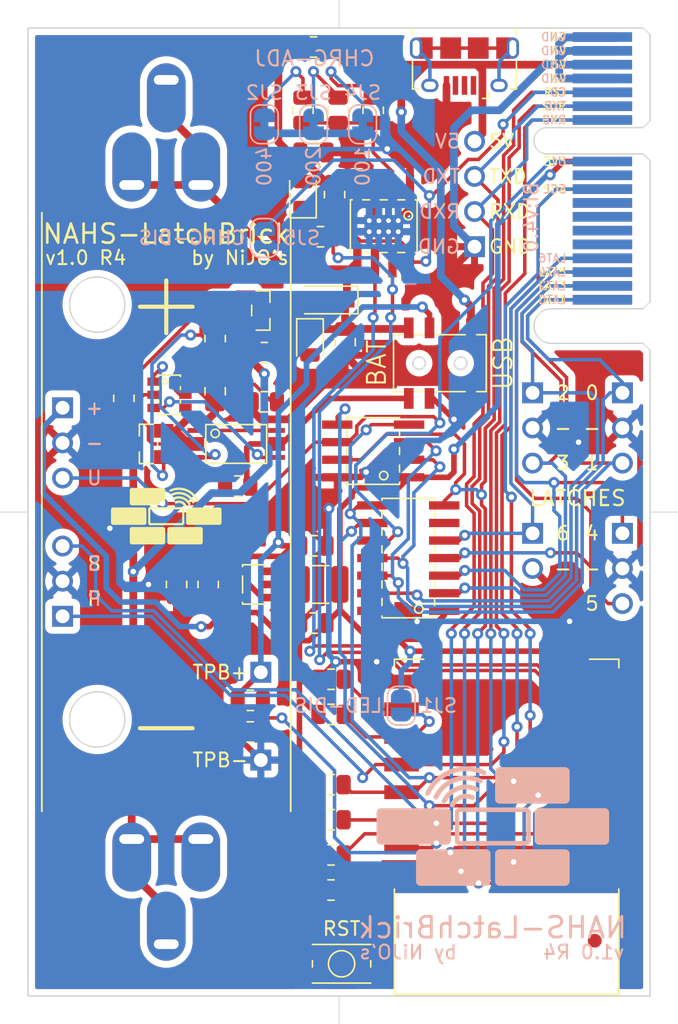
<source format=kicad_pcb>
(kicad_pcb (version 20211014) (generator pcbnew)
  (layers (0 "F.Cu" jumper) (31 "B.Cu" signal) (34 "B.Paste" user) (35 "F.Paste" user) (36 "B.SilkS" user "B.Silkscreen") (37 "F.SilkS" user "F.Silkscreen") (38 "B.Mask" user) (39 "F.Mask" user) (44 "Edge.Cuts" user))
  (net 0 "")
  (net 1 "BAT-")
  (net 2 "BAT+")
  (net 3 "GND")
  (net 4 "SEL+")
  (net 5 "IN-")
  (net 6 "RST")
  (net 7 "LATCH0")
  (net 8 "A0")
  (net 9 "EN")
  (net 10 "Net-(IC1-Pad4)")
  (net 11 "LATCH1")
  (net 12 "SETUP")
  (net 13 "+3V3")
  (net 14 "BOOT2")
  (net 15 "BOOT1")
  (net 16 "PROG")
  (net 17 "SDA")
  (net 18 "Net-(C5-Pad1)")
  (net 19 "SCL")
  (net 20 "RXD")
  (net 21 "/CHRG+")
  (net 22 "Net-(D1-Pad2)")
  (net 24 "CHRG")
  (net 25 "TXD")
  (net 26 "LATCH3")
  (net 27 "LACTH4")
  (net 28 "STDBY")
  (net 29 "LACTH5")
  (net 32 "LACTH6")
  (net 34 "LATCH2")
  (net 35 "UPDI")
  (net 36 "CD")
  (net 37 "D-")
  (net 38 "D+")
  (net 40 "unconnected-(J2-Pad6)")
  (net 41 "Net-(L1-Pad1)")
  (net 42 "Net-(LED1-Pad1)")
  (net 43 "Net-(LED2-Pad2)")
  (net 44 "Net-(Q1-Pad1)")
  (net 45 "Net-(Q1-Pad3)")
  (net 46 "Net-(Q1-Pad4)")
  (net 47 "PRT-")
  (net 48 "IN+")
  (net 49 "Net-(Q3-Pad1)")
  (net 50 "Net-(R11-Pad2)")
  (net 51 "Net-(R15-Pad1)")
  (net 52 "Net-(R15-Pad2)")
  (net 53 "Net-(R20-Pad2)")
  (net 54 "Net-(R22-Pad1)")
  (net 55 "Net-(R23-Pad1)")
  (footprint "no_common:R_0805_2012Metric" (layer "F.Cu") (at 121.158 85.09)
    (fp_text reference "R14" hide)
    (fp_text value "1k" hide)
  )
  (footprint "no_common:KMR_231_G_LFS" (layer "F.Cu") (at 122.682 137.668 90)
    (property "Reference" "SW1")
    (property "Value" "KMR_231_G_LFS")
    (fp_text reference "SW1" hide)
    (fp_text value "KMR_231_G_LFS" hide)
  )
  (footprint "no_common:R_0805_2012Metric" (layer "F.Cu") (at 115.1655 103.124 180)
    (fp_text reference "R11" hide)
    (fp_text value "1k" hide)
  )
  (footprint "no_common:R_0805_2012Metric" (layer "F.Cu") (at 124.968 75.946 -90)
    (fp_text reference "R23" hide)
    (fp_text value "12k" hide)
  )
  (footprint "no_common:C_0805_2012Metric" (layer "F.Cu") (at 120.65 78.994)
    (property "Reference" "C1")
    (property "Value" "100nF")
    (fp_text reference "C6" hide)
    (fp_text value "10µF" hide)
  )
  (footprint "no_common:R_0805_2012Metric" (layer "F.Cu") (at 121.92 129.794)
    (fp_text reference "R3" hide)
    (fp_text value "10k" hide)
  )
  (footprint "no_common:R_0805_2012Metric" (layer "F.Cu") (at 113.538 92.456 90)
    (fp_text reference "R10" hide)
    (fp_text value "100" hide)
  )
  (footprint "Fiducial:Fiducial_1mm_Mask2mm" (layer "F.Cu") (at 141 136)
    (fp_text reference "FID3" hide)
    (fp_text value "Fiducial" hide)
  )
  (footprint "no_common:R_0805_2012Metric" (layer "F.Cu") (at 121.92 117.094)
    (fp_text reference "R7" hide)
    (fp_text value "10k" hide)
  )
  (footprint "no_common:HA_18650_EK" (layer "F.Cu") (at 110 105)
    (property "Reference" "BT")
    (property "Value" "HA_18650_EK")
    (fp_text reference "BT1" hide)
    (fp_text value "HA_18650_EK" hide)
  )
  (footprint "no_pinhd:PINHD_1X01_2.54_1mm_Square" (layer "F.Cu") (at 116.84 116.586)
    (property "Reference" "JP3")
    (property "Value" "PINHD_1X01")
    (fp_text reference "JP3" hide)
    (fp_text value "PINHD_1X01" hide)
  )
  (footprint "Fiducial:Fiducial_1mm_Mask2mm" (layer "F.Cu") (at 104 74)
    (fp_text reference "FID1" hide)
    (fp_text value "Fiducial" hide)
  )
  (footprint "Diode_SMD:D_SOD-123F" (layer "F.Cu") (at 121.666 89.662 180)
    (fp_text reference "D1" hide)
    (fp_text value "1N4148WL" hide)
  )
  (footprint "no_common:R_0805_2012Metric" (layer "F.Cu") (at 121.92 119.634)
    (fp_text reference "R4" hide)
    (fp_text value "10k" hide)
  )
  (footprint "no_common:SOIC8_TP" (layer "F.Cu") (at 125.73 84.328 180)
    (fp_text reference "U4" hide)
    (fp_text value "TP4056" hide)
  )
  (footprint "no_common:LED_0805_2012Metric" (layer "F.Cu") (at 119.888 82.042 90)
    (fp_text reference "LED1" hide)
    (fp_text value "Green" hide)
  )
  (footprint "no_common:C_0805_2012Metric" (layer "F.Cu") (at 120.65 107.442)
    (property "Reference" "C1")
    (property "Value" "100nF")
    (fp_text reference "C2" hide)
    (fp_text value "10µF" hide)
  )
  (footprint "Fiducial:Fiducial_1mm_Mask2mm" (layer "F.Cu") (at 104 136)
    (fp_text reference "FID2" hide)
    (fp_text value "Fiducial" hide)
  )
  (footprint "no_common:LED_0805_2012Metric" (layer "F.Cu") (at 120.396 92.71 -90)
    (fp_text reference "LED2" hide)
    (fp_text value "Red" hide)
  )
  (footprint "no_common:SSSS820101" (layer "F.Cu") (at 129.794 94.234 90)
    (fp_text reference "SW2" hide)
    (fp_text value "SSSS820101" hide)
    (fp_circle (center 0 1.5) (end 0.45 1.5) (layer "Edge.Cuts") (width 0.12) (fill none))
    (fp_circle (center 0 -1.5) (end 0.45 -1.5) (layer "Edge.Cuts") (width 0.12) (fill none))
  )
  (footprint "no_pinhd:PINHD_1X03_2.54_1mm_Round" (layer "F.Cu") (at 136.5 98.92 -90)
    (fp_text reference "JP7" hide)
    (fp_text value "PINHD_1X03" hide)
  )
  (footprint "no_common:C_0805_2012Metric" (layer "F.Cu") (at 120.65 113.03 180)
    (property "Reference" "C1")
    (property "Value" "100nF")
    (fp_text reference "C3" hide)
    (fp_text value "10µF" hide)
  )
  (footprint "no_common:SOIC8" (layer "F.Cu") (at 124.968 100.584 90)
    (property "Reference" "IC?")
    (property "Value" "ATTINY212")
    (fp_text reference "IC2" hide)
    (fp_text value "ATTINY212" hide)
  )
  (footprint "no_brick_logo:x8mm" (layer "F.Cu") (at 110 105.283)
    (fp_text reference "LOGO1" hide)
    (fp_text value "brick_logo" hide)
  )
  (footprint "no_common:R_0805_2012Metric" (layer "F.Cu") (at 116.078 118.618)
    (fp_text reference "R8" hide)
    (fp_text value "2.7M" hide)
  )
  (footprint "no_common:R_0805_2012Metric" (layer "F.Cu") (at 121.92 132.334)
    (fp_text reference "R2" hide)
    (fp_text value "1k" hide)
  )
  (footprint "no_pinhd:PINHD_1X03_2.54_1mm_Round" (layer "F.Cu") (at 102.5 110 90)
    (property "Reference" "JP1")
    (property "Value" "PINHD_1X03")
    (fp_text reference "JP1" hide)
    (fp_text value "PINHD_1X03" hide)
  )
  (footprint "no_common:SOT23-6" (layer "F.Cu") (at 110.236 96.52 -90)
    (fp_text reference "U3" hide)
    (fp_text value "DW01A" hide)
  )
  (footprint "no_common:SOT23-5" (layer "F.Cu") (at 116.332 110.236 90)
    (property "Reference" "U1")
    (property "Value" "ZD8028IB5TR")
    (fp_text reference "U1" hide)
    (fp_text value "ZD8028IB5TR" hide)
  )
  (footprint "no_common:L_1210_3225Metric" (layer "F.Cu") (at 121.158 110.236)
    (property "Reference" "L1")
    (property "Value" "2.2µH")
    (fp_text reference "L1" hide)
    (fp_text value "2.2µH" hide)
  )
  (footprint "no_common:R_0805_2012Metric" (layer "F.Cu") (at 117.094 97.028)
    (fp_text reference "R18" hide)
    (fp_text value "10k" hide)
  )
  (footprint "no_common:R_0805_2012Metric" (layer "F.Cu") (at 116.078 120.904 180)
    (fp_text reference "R9" hide)
    (fp_text value "590k" hide)
  )
  (footprint "no_common:USB_Micro-B_Amphenol_10118194_Horizontal" (layer "F.Cu") (at 131.572 72.75 180)
    (fp_text reference "J2" hide)
    (fp_text value "USB_B_Mini" hide)
  )
  (footprint "no_common:R_0805_2012Metric" (layer "F.Cu") (at 122.428 75.946 -90)
    (fp_text reference "R22" hide)
    (fp_text value "6,04k" hide)
  )
  (footprint "no_common:R_0805_2012Metric" (layer "F.Cu") (at 120.65 71.374)
    (fp_text reference "R12" hide)
    (fp_text value "0.4" hide)
  )
  (footprint "no_expressif:ESP12S" (layer "F.Cu") (at 134.62 127.762 180)
    (property "Reference" "IC1")
    (property "Value" "ESP12S")
    (fp_text reference "IC1" hide)
    (fp_text value "ESP12S" hide)
  )
  (footprint "no_pinhd:PINHD_1X03_2.54_1mm_Round" (layer "F.Cu") (at 143 109.08 -90)
    (fp_text reference "JP8" hide)
    (fp_text value "PINHD_1X03" hide)
  )
  (footprint "no_pinhd:PINHD_1X04_2.54_1mm_Round" (layer "F.Cu") (at 132.3 82 90)
    (property "Reference" "JP2")
    (property "Value" "PINHD_1X04")
    (fp_text reference "JP2" hide)
    (fp_text value "PINHD_1X04" hide)
  )
  (footprint "no_common:R_0805_2012Metric" (layer "F.Cu") (at 121.92 124.714)
    (fp_text reference "R5" hide)
    (fp_text value "3.9k" hide)
  )
  (footprint "no_common:R_0805_2012Metric" (layer "F.Cu") (at 117.094 93.472 180)
    (fp_text reference "R17" hide)
    (fp_text value "1k" hide)
  )
  (footprint "no_common:SOIC14" (layer "F.Cu") (at 127.508 108.331 90)
    (fp_text reference "IC3" hide)
    (fp_text value "ATTINY414" hide)
  )
  (footprint "no_pinhd:PINHD_1X01_2.54_1mm_Square" (layer "F.Cu") (at 116.84 122.936)
    (property "Reference" "JP4")
    (property "Value" "PINHD_1X01")
    (fp_text reference "JP4" hide)
    (fp_text value "PINHD_1X01" hide)
  )
  (footprint "no_common:R_0805_2012Metric" (layer "F.Cu") (at 119.888 75.946 -90)
    (fp_text reference "R15" hide)
    (fp_text value "3k" hide)
  )
  (footprint "no_common:R_0805_2012Metric" (layer "F.Cu") (at 121.92 127.254)
    (fp_text reference "R6" hide)
    (fp_text value "3.9k" hide)
  )
  (footprint "no_common:R_0805_2012Metric" (layer "F.Cu") (at 122.174 82.042 -90)
    (fp_text reference "R13" hide)
    (fp_text value "10k" hide)
  )
  (footprint "no_pinhd:PINHD_1X02_2.54_1mm_Round" (layer "F.Cu") (at 136.5 107.81 -90)
    (fp_text reference "JP9" hide)
    (fp_text value "PINHD_1x02" hide)
  )
  (footprint "no_common:R_0805_2012Metric" (layer "F.Cu") (at 106.934 96.774 90)
    (fp_text reference "R19" hide)
    (fp_text value "10k" hide)
  )
  (footprint "no_common:SOT23" (layer "F.Cu") (at 108.712 100.076 90)
    (fp_text reference "Q3" hide)
    (fp_text value "CJ2302" hide)
  )
  (footprint "no_pinhd:PINHD_1X03_2.54_1mm_Round" (layer "F.Cu") (at 102.5 100 -90)
    (property "Reference" "JP5")
    (property "Value" "PINHD_1X03")
    (fp_text reference "JP5" hide)
    (fp_text value "PINHD_1X03" hide)
  )
  (footprint "no_brick_interface:Brick_Interface_V4_inset" (layer "F.Cu") (at 141.55 89.65 90)
    (property "Reference" "J")
    (property "Value" "Brick-Interface-V4")
    (fp_text reference "J1" hide)
    (fp_text value "Brick-Interface-V4")
    (fp_line (start 12.45 2.95) (end 12.95 3.45) (layer "Edge.Cuts") (width 0.1))
    (fp_line (start -0.65 2.95) (end -0.15 3.45) (layer "Edge.Cuts") (width 0.1))
    (fp_line (start 12.95 3.45) (end 19.15 3.45) (layer "Edge.Cuts") (width 0.1))
    (fp_line (start -0.65 -3.7) (end -0.65 2.95) (layer "Edge.Cuts") (width 0.1))
    (fp_line (start 10.55 2.95) (end 10.05 3.45) (layer "Edge.Cuts") (width 0.1))
    (fp_line (start -3.15 -3.7) (end -3.15 2.95) (layer "Edge.Cuts") (width 0.1))
    (fp_line (start -0.15 3.45) (end 10.05 3.45) (layer "Edge.Cuts") (width 0.1))
    (fp_line (start 19.65 2.95) (end 19.15 3.45) (layer "Edge.Cuts") (width 0.1))
    (fp_line (start 12.45 -4) (end 12.45 2.95) (layer "Edge.Cuts") (width 0.1))
    (fp_line (start -3.15 2.95) (end -3.65 3.45) (layer "Edge.Cuts") (width 0.1))
    (fp_line (start 10.55 -4) (end 10.55 2.95) (layer "Edge.Cuts") (width 0.1))
    (fp_line (start 19.65 -4.95) (end 19.65 2.95) (layer "Edge.Cuts") (width 0.1))
    (fp_arc (start -3.15 -3.7) (mid -1.9 -4.95) (end -0.65 -3.7) (layer "Edge.Cuts") (width 0.1))
    (fp_arc (start 10.55 -4) (mid 11.5 -4.95) (end 12.45 -4) (layer "Edge.Cuts") (width 0.1))
  )
  (footprint "no_common:C_0805_2012Metric" (layer "F.Cu") (at 122.936 92.71 -90)
    (property "Reference" "C1")
    (property "Value" "100nF")
    (fp_text reference "C4" hide)
    (fp_text value "10µF" hide)
  )
  (footprint "no_common:R_0805_2012Metric" (layer "F.Cu") (at 113.03 110.236 -90)
    (fp_text reference "R21" hide)
    (fp_text value "590k" hide)
  )
  (footprint "no_common:C_0805_2012Metric" (layer "F.Cu") (at 113.538 96.266 -90)
    (property "Reference" "C1")
    (property "Value" "100nF")
    (fp_text reference "C5" hide)
    (fp_text value "100nF" hide)
  )
  (footprint "no_pinhd:PINHD_1X03_2.54_1mm_Round" (layer "F.Cu") (at 143 98.92 -90)
    (fp_text reference "JP6" hide)
    (fp_text value "PINHD_1X03" hide)
  )
  (footprint "no_common:TSSOP8_MS" (layer "F.Cu") (at 115.062 100.076)
    (fp_text reference "Q1" hide)
    (fp_text value "8205A" hide)
  )
  (footprint "no_common:SOT23" (layer "F.Cu") (at 116.84 90.424 -90)
    (fp_text reference "Q4" hide)
    (fp_text value "MMBT2907A" hide)
  )
  (footprint "no_common:R_0805_2012Metric" (layer "F.Cu") (at 110.744 110.236 90)
    (fp_text reference "R20" hide)
    (fp_text value "130k" hide)
  )
  (footprint "Jumper:SolderJumper-2_P1.3mm_Bridged_RoundedPad1.0x1.5mm" (layer "B.Cu") (at 117.094 76.962 90)
    (property "Reference" "SJ1")
    (property "Value" "RHT-ALT")
    (fp_text reference "SJ2")
    (fp_text value "400" hide)
  )
  (footprint "Jumper:SolderJumper-2_P1.3mm_Open_RoundedPad1.0x1.5mm" (layer "B.Cu") (at 117.094 85.1812 90)
    (property "Reference" "SJ1")
    (property "Value" "LED-DIS")
    (fp_text reference "SJ5")
    (fp_text value "CHRG-DIS")
  )
  (footprint "Jumper:SolderJumper-2_P1.3mm_Bridged_RoundedPad1.0x1.5mm" (layer "B.Cu") (at 120.65 76.962 90)
    (property "Reference" "SJ1")
    (property "Value" "RHT-ALT")
    (fp_text reference "SJ3")
    (fp_text value "200" hide)
  )
  (footprint "Jumper:SolderJumper-2_P1.3mm_Open_RoundedPad1.0x1.5mm" (layer "B.Cu") (at 127 119 -90)
    (property "Reference" "SJ1")
    (property "Value" "LED-DIS")
    (fp_text reference "SJ1")
    (fp_text value "LED-DIS")
  )
  (footprint "no_brick_logo:x17mm" (layer "B.Cu") (at 133.604 127.635 180)
    (fp_text reference "LOGO2" hide)
    (fp_text value "brick_logo" hide)
  )
  (footprint "Jumper:SolderJumper-2_P1.3mm_Bridged_RoundedPad1.0x1.5mm" (layer "B.Cu") (at 124.206 76.962 90)
    (property "Reference" "SJ1")
    (property "Value" "RHT-ALT")
    (fp_text reference "SJ4")
    (fp_text value "100" hide)
  )
  (gr_circle (center 105 120) (end 107 120) (layer "Edge.Cuts") (width 0.1) (fill none))
  (gr_line (start 100 140) (end 100 70) (layer "Edge.Cuts") (width 0.1))
  (gr_line (start 100 140) (end 145 140) (layer "Edge.Cuts") (width 0.1))
  (gr_line (start 145 105) (end 147 105) (layer "Edge.Cuts") (width 0.05588))
  (gr_line (start 145 93.3) (end 145 140) (layer "Edge.Cuts") (width 0.1))
  (gr_line (start 122.5 140) (end 122.5 142) (layer "Edge.Cuts") (width 0.05588))
  (gr_line (start 122.5 68) (end 122.5 70) (layer "Edge.Cuts") (width 0.05588))
  (gr_line (start 136.6 70) (end 100 70) (layer "Edge.Cuts") (width 0.1))
  (gr_line (start 98 105) (end 100 105) (layer "Edge.Cuts") (width 0.05588))
  (gr_circle (center 105 90) (end 107 90) (layer "Edge.Cuts") (width 0.1) (fill none))
  (gr_text "CHRG-ADJ" (at 120.72 72.2) (layer "B.SilkS") (effects (font (size 1.1 1.1) (thickness 0.16)) (justify mirror)))
  (gr_text "S" (at 104.8 108.73) (layer "B.SilkS") (effects (font (size 1 1)) (justify mirror)))
  (gr_text "200" (at 120.65 80.01 90) (layer "B.SilkS") (effects (font (size 1 1)) (justify mirror)))
  (gr_text "RXD" (at 131.3516 83.27) (layer "B.SilkS") (effects (font (size 1 1)) (justify left mirror)))
  (gr_text "P" (at 104.8 111.27) (layer "B.SilkS") (effects (font (size 1 1)) (justify mirror)))
  (gr_text "v1.0 R4" (at 143.224 136.8298) (layer "B.SilkS") (effects (font (size 1 1)) (justify left mirror)))
  (gr_text "100" (at 124.206 80.01 90) (layer "B.SilkS") (effects (font (size 1 1)) (justify mirror)))
  (gr_text "TXD" (at 131.3516 80.73) (layer "B.SilkS") (effects (font (size 1 1)) (justify left mirror)))
  (gr_text "-" (at 104.8 100) (layer "B.SilkS") (effects (font (size 1 1)) (justify mirror)))
  (gr_text "GND" (at 131.3516 85.81) (layer "B.SilkS") (effects (font (size 1 1)) (justify left mirror)))
  (gr_text "+" (at 104.8 97.46) (layer "B.SilkS") (effects (font (size 1 1)) (justify mirror)))
  (gr_text "NAHS-LatchBrick" (at 133.604 135.0518) (layer "B.SilkS") (effects (font (size 1.5 1.5) (thickness 0.2)) (justify mirror)))
  (gr_text "U" (at 104.8 102.54) (layer "B.SilkS") (effects (font (size 1 1)) (justify mirror)))
  (gr_text "400" (at 117.094 80.01 90) (layer "B.SilkS") (effects (font (size 1 1)) (justify mirror)))
  (gr_text "5V" (at 131.3516 78.19) (layer "B.SilkS") (effects (font (size 1 1)) (justify left mirror)))
  (gr_text "by NiJO's" (at 123.874 136.8298) (layer "B.SilkS") (effects (font (size 1 1)) (justify right mirror)))
  (gr_text "TPB-" (at 116 122.936) (layer "F.SilkS") (effects (font (size 1 1)) (justify right)))
  (gr_text "S" (at 104.8 108.73) (layer "F.SilkS") (effects (font (size 1 1))))
  (gr_text "v1.0 R4" (at 101.15 86.614) (layer "F.SilkS") (effects (font (size 1 1)) (justify left)))
  (gr_text "NAHS-LatchBrick" (at 110 84.8868) (layer "F.SilkS") (effects (font (size 1.38 1.38) (thickness 0.19))))
  (gr_text "+" (at 104.8 97.46) (layer "F.SilkS") (effects (font (size 1 1))))
  (gr_text "GND" (at 133.2484 85.81) (layer "F.SilkS") (effects (font (size 1 1)) (justify left)))
  (gr_text "RXD" (at 133.2484 83.27) (layer "F.SilkS") (effects (font (size 1 1)) (justify left)))
  (gr_text "by NiJO's" (at 118.95 86.614) (layer "F.SilkS") (effects (font (size 1 1)) (justify right)))
  (gr_text "BAT" (at 125.222 94.234 90) (layer "F.SilkS") (effects (font (size 1.3 1.3))))
  (gr_text "-" (at 104.8 100) (layer "F.SilkS") (effects (font (size 1 1))))
  (gr_text "U" (at 104.8 102.54) (layer "F.SilkS") (effects (font (size 1 1))))
  (gr_text "P" (at 104.8 111.27) (layer "F.SilkS") (effects (font (size 1 1))))
  (gr_text "5V" (at 133.2484 78.19) (layer "F.SilkS") (effects (font (size 1 1)) (justify left)))
  (gr_text "LATCHES" (at 139.75 104) (layer "F.SilkS") (effects (font (size 1.1 1.1) (thickness 0.16))))
  (gr_text "USB" (at 134.366 94.234 90) (layer "F.SilkS") (effects (font (size 1.3 1.3))))
  (gr_text "TXD" (at 133.2484 80.73) (layer "F.SilkS") (effects (font (size 1 1)) (justify left)))
  (gr_text "RST" (at 122.682 135.128) (layer "F.SilkS") (effects (font (size 1 1))))
  (gr_text "TPB+" (at 116 116.586) (layer "F.SilkS") (effects (font (size 1 1)) (justify right)))
  (segment (start 107.612 109.304) (end 107.612 100.076) (width 0.5588) (layer "F.Cu") (net 1))
  (segment (start 106.934 99.398) (end 107.612 100.076) (width 0.5588) (layer "F.Cu") (net 1))
  (segment (start 106.934 97.6865) (end 106.934 99.398) (width 0.5588) (layer "F.Cu") (net 1))
  (segment (start 107.5 128.65) (end 112.5 128.65) (width 0.5588) (layer "F.Cu") (net 1))
  (segment (start 108.204 122.682) (end 108.204 117.348) (width 0.5588) (layer "F.Cu") (net 1))
  (segment (start 107.612 116.756) (end 107.612 109.304) (width 0.5588) (layer "F.Cu") (net 1))
  (segment (start 107.5 128.65) (end 107.5 123.386) (width 0.5588) (layer "F.Cu") (net 1))
  (segment (start 107.5 131.122) (end 110 133.622) (width 0.5588) (layer "F.Cu") (net 1))
  (segment (start 116.1815 94.0835) (end 117.094 94.996) (width 0.5588) (layer "F.Cu") (net 1))
  (segment (start 107.5 128.65) (end 107.5 131.122) (width 0.5588) (layer "F.Cu") (net 1))
  (segment (start 108.204 117.348) (end 107.612 116.756) (width 0.5588) (layer "F.Cu") (net 1))
  (segment (start 116.1815 93.472) (end 116.1815 94.0835) (width 0.5588) (layer "F.Cu") (net 1))
  (segment (start 110 133.622) (end 110 136.25) (width 0.5588) (layer "F.Cu") (net 1))
  (segment (start 107.5 123.386) (end 108.204 122.682) (width 0.5588) (layer "F.Cu") (net 1))
  (via (at 107.612 109.304) (size 0.8) (drill 0.4) (layers "F.Cu" "B.Cu") (net 1))
  (via (at 117.094 94.996) (size 0.8) (drill 0.4) (layers "F.Cu" "B.Cu") (net 1))
  (segment (start 115.316 103.632) (end 113.284 103.632) (width 0.5588) (layer "B.Cu") (net 1))
  (segment (start 117.094 94.996) (end 117.094 100.076) (width 0.5588) (layer "B.Cu") (net 1))
  (segment (start 113.284 103.632) (end 107.612 109.304) (width 0.5588) (layer "B.Cu") (net 1))
  (segment (start 117.414911 101.533089) (end 115.316 103.632) (width 0.5588) (layer "B.Cu") (net 1))
  (segment (start 117.414911 100.396911) (end 117.414911 101.533089) (width 0.5588) (layer "B.Cu") (net 1))
  (segment (start 117.094 100.076) (end 117.414911 100.396911) (width 0.5588) (layer "B.Cu") (net 1))
  (segment (start 122.936 91.76) (end 127.468 91.76) (width 0.5588) (layer "F.Cu") (net 2))
  (segment (start 112.5 81.35) (end 118.592911 87.442911) (width 0.5588) (layer "F.Cu") (net 2))
  (segment (start 123.066 87.687) (end 123.310089 87.442911) (width 0.5588) (layer "F.Cu") (net 2))
  (segment (start 122.936 89.792) (end 123.066 89.662) (width 0.5588) (layer "F.Cu") (net 2))
  (segment (start 120.396 91.7725) (end 116.1385 91.7725) (width 0.5588) (layer "F.Cu") (net 2))
  (segment (start 116.1385 91.7725) (end 115.74 91.374) (width 0.5588) (layer "F.Cu") (net 2))
  (segment (start 113.7075 91.374) (end 113.538 91.5435) (width 0.5588) (layer "F.Cu") (net 2))
  (segment (start 122.936 91.76) (end 122.936 89.792) (width 0.5588) (layer "F.Cu") (net 2))
  (segment (start 112.5 78.718) (end 110 76.218) (width 0.5588) (layer "F.Cu") (net 2))
  (segment (start 115.74 91.374) (end 113.7075 91.374) (width 0.5588) (layer "F.Cu") (net 2))
  (segment (start 127.468 91.76) (end 127.544 91.684) (width 0.5588) (layer "F.Cu") (net 2))
  (segment (start 110 76.218) (end 110 73.75) (width 0.5588) (layer "F.Cu") (net 2))
  (segment (start 120.396 91.7725) (end 122.9235 91.7725) (width 0.5588) (layer "F.Cu") (net 2))
  (segment (start 112.5 81.35) (end 112.5 78.718) (width 0.5588) (layer "F.Cu") (net 2))
  (segment (start 107.5 81.35) (end 112.5 81.35) (width 0.5588) (layer "F.Cu") (net 2))
  (segment (start 118.592911 87.442911) (end 123.310089 87.442911) (width 0.5588) (layer "F.Cu") (net 2))
  (segment (start 123.310089 87.442911) (end 123.825 86.928) (width 0.5588) (layer "F.Cu") (net 2))
  (segment (start 122.9235 91.7725) (end 122.936 91.76) (width 0.5588) (layer "F.Cu") (net 2))
  (segment (start 123.066 89.662) (end 123.066 87.687) (width 0.5588) (layer "F.Cu") (net 2))
  (segment (start 121.76 104.742) (end 120.33 106.172) (width 0.4064) (layer "F.Cu") (net 3))
  (segment (start 109.69128 108.811346) (end 110.044626 108.458) (width 0.4064) (layer "F.Cu") (net 3))
  (segment (start 129.044 96.784) (end 129.296 96.784) (width 0.4064) (layer "F.Cu") (net 3))
  (segment (start 143 98.92) (end 144.272 100.192) (width 0.4064) (layer "F.Cu") (net 3))
  (segment (start 103.886 105.156) (end 103.886 108.614) (width 0.4064) (layer "F.Cu") (net 3))
  (segment (start 109.69128 108.811346) (end 109.69128 109.25672) (width 0.4064) (layer "F.Cu") (net 3))
  (segment (start 139.177 111.757) (end 136.5 109.08) (width 0.4064) (layer "F.Cu") (net 3))
  (segment (start 118.78028 112.11028) (end 118.78028 110.90628) (width 0.4064) (layer "F.Cu") (net 3))
  (segment (start 119.7 113.03) (end 120.904 111.826) (width 0.4064) (layer "F.Cu") (net 3))
  (segment (start 118.11 110.236) (end 117.632 110.236) (width 0.4064) (layer "F.Cu") (net 3))
  (segment (start 109.69128 109.25672) (end 108.712 110.236) (width 0.4064) (layer "F.Cu") (net 3))
  (segment (start 139.177 112.903) (end 139.177 111.757) (width 0.4064) (layer "F.Cu") (net 3))
  (segment (start 116.84 122.936) (end 115.1655 121.2615) (width 0.4064) (layer "F.Cu") (net 3))
  (segment (start 110.044626 108.458) (end 115.062 108.458) (width 0.4064) (layer "F.Cu") (net 3))
  (segment (start 109.69128 110.70728) (end 109.69128 108.811346) (width 0.4064) (layer "F.Cu") (net 3))
  (segment (start 102.5 100) (end 103.886 101.386) (width 0.4064) (layer "F.Cu") (net 3))
  (segment (start 108.712 110.236) (end 108.712 114.4505) (width 0.4064) (layer "F.Cu") (net 3))
  (segment (start 124.079 102.489) (end 124.46 102.108) (width 0.4064) (layer "F.Cu") (net 3))
  (segment (start 126.66 117.262) (end 125.222 115.824) (width 0.4064) (layer "F.Cu") (net 3))
  (segment (start 127.3745 112.141) (end 128.143 112.9095) (width 0.4064) (layer "F.Cu") (net 3))
  (segment (start 124.982 138.468) (end 120.382 138.468) (width 0.4064) (layer "F.Cu") (net 3))
  (segment (start 125.222 115.824) (end 122.2775 115.824) (width 0.4064) (layer "F.Cu") (net 3))
  (segment (start 118.78028 110.90628) (end 118.11 110.236) (width 0.4064) (layer "F.Cu") (net 3))
  (segment (start 108.712 114.4505) (end 115.1655 120.904) (width 0.4064) (layer "F.Cu") (net 3))
  (segment (start 103.886 101.386) (end 103.886 105.156) (width 0.4064) (layer "F.Cu") (net 3))
  (segment (start 110.1325 111.1485) (end 109.69128 110.70728) (width 0.4064) (layer "F.Cu") (net 3))
  (segment (start 144.272 100.192) (end 144.272 107.808) (width 0.4064) (layer "F.Cu") (net 3))
  (segment (start 122.368 102.489) (end 122.368 104.134) (width 0.4064) (layer "F.Cu") (net 3))
  (segment (start 144.272 107.808) (end 143 109.08) (width 0.4064) (layer "F.Cu") (net 3))
  (segment (start 115.1655 121.2615) (end 115.1655 120.904) (width 0.254) (layer "F.Cu") (net 3))
  (segment (start 120.382 138.468) (end 119.418 138.468) (width 0.4064) (layer "F.Cu") (net 3))
  (segment (start 141.224 99.949) (end 139.827 99.949) (width 0.4064) (layer "F.Cu") (net 3))
  (segment (start 120.904 108.138) (end 121.6 107.442) (width 0.4064) (layer "F.Cu") (net 3))
  (segment (start 110.744 111.1485) (end 110.1325 111.1485) (width 0.4064) (layer "F.Cu") (net 3))
  (segment (start 120.904 111.826) (end 120.904 108.138) (width 0.4064) (layer "F.Cu") (net 3))
  (segment (start 124.908 112.141) (end 127.3745 112.141) (width 0.4064) (layer "F.Cu") (net 3))
  (segment (start 122.2775 115.824) (end 121.0075 117.094) (width 0.4064) (layer "F.Cu") (net 3))
  (segment (start 120.33 106.172) (end 121.6 107.442) (width 0.4064) (layer "F.Cu") (net 3))
  (segment (start 141.971 99.949) (end 141.224 99.949) (width 0.4064) (layer "F.Cu") (net 3))
  (segment (start 116.84 135.89) (end 116.84 122.936) (width 0.4064) (layer "F.Cu") (net 3))
  (segment (start 119.7 113.03) (end 118.78028 112.11028) (width 0.4064) (layer "F.Cu") (net 3))
  (segment (start 122.368 104.134) (end 121.76 104.742) (width 0.4064) (layer "F.Cu") (net 3))
  (segment (start 119.418 138.468) (end 116.84 135.89) (width 0.4064) (layer "F.Cu") (net 3))
  (segment (start 122.368 102.489) (end 124.079 102.489) (width 0.4064) (layer "F.Cu") (net 3))
  (segment (start 104.902 105.156) (end 103.886 105.156) (width 0.4064) (layer "F.Cu") (net 3))
  (segment (start 105.918 106.172) (end 104.902 105.156) (width 0.4064) (layer "F.Cu") (net 3))
  (segment (start 103.886 108.614) (end 102.5 110) (width 0.4064) (layer "F.Cu") (net 3))
  (segment (start 115.062 108.458) (end 117.348 106.172) (width 0.4064) (layer "F.Cu") (net 3))
  (segment (start 127.02 117.262) (end 126.66 117.262) (width 0.4064) (layer "F.Cu") (net 3))
  (segment (start 117.348 106.172) (end 120.33 106.172) (width 0.4064) (layer "F.Cu") (net 3))
  (segment (start 143 98.92) (end 141.971 99.949) (width 0.4064) (layer "F.Cu") (net 3))
  (segment (start 129.296 96.784) (end 130.81 98.298) (width 0.4064) (layer "F.Cu") (net 3))
  (via (at 105.918 106.172) (size 0.8) (drill 0.4) (layers "F.Cu" "B.Cu") (net 3))
  (via (at 139.177 112.903) (size 0.8) (drill 0.4) (layers "F.Cu" "B.Cu") (net 3))
  (via (at 128.143 112.9095) (size 0.8) (drill 0.4) (layers "F.Cu" "B.Cu") (net 3))
  (via (at 130.81 98.298) (size 0.8) (drill 0.4) (layers "F.Cu" "B.Cu") (net 3))
  (via (at 108.712 110.236) (size 0.8) (drill 0.4) (layers "F.Cu" "B.Cu") (net 3))
  (via (at 122.2595 115.824) (size 0.8) (drill 0.4) (layers "F.Cu" "B.Cu") (net 3))
  (via (at 139.827 99.949) (size 0.8) (drill 0.4) (layers "F.Cu" "B.Cu") (net 3))
  (via (at 121.76 104.742) (size 0.8) (drill 0.4) (layers "F.Cu" "B.Cu") (net 3))
  (via (at 125.222 115.824) (size 0.8) (drill 0.4) (layers "F.Cu" "B.Cu") (net 3))
  (via (at 124.46 102.108) (size 0.8) (drill 0.4) (layers "F.Cu" "B.Cu") (net 3))
  (segment (start 106.68 106.934) (end 105.918 106.172) (width 0.4064) (layer "B.Cu") (net 3))
  (segment (start 106.68 107.442) (end 106.68 106.934) (width 0.4064) (layer "B.Cu") (net 3))
  (segment (start 139.177 112.903) (end 128.143 112.903) (width 0.4064) (layer "B.Cu") (net 3))
  (segment (start 106.934 110.236) (end 106.68 109.982) (width 0.4064) (layer "B.Cu") (net 3))
  (segment (start 137.529 99.949) (end 136.5 98.92) (width 0.4064) (layer "B.Cu") (net 3))
  (segment (start 139.827 99.949) (end 137.529 99.949) (width 0.4064) (layer "B.Cu") (net 3))
  (segment (start 143 109.08) (end 139.177 112.903) (width 0.4064) (layer "B.Cu") (net 3))
  (segment (start 125.095 102.108) (end 124.46 102.108) (width 0.4064) (layer "B.Cu") (net 3))
  (segment (start 108.712 110.236) (end 107.188 110.236) (width 0.4064) (layer "B.Cu") (net 3))
  (segment (start 129.794 99.822) (end 127.381 99.822) (width 0.4064) (layer "B.Cu") (net 3))
  (segment (start 107.188 110.236) (end 106.934 110.236) (width 0.4064) (layer "B.Cu") (net 3))
  (segment (start 130.81 98.806) (end 129.794 99.822) (width 0.4064) (layer "B.Cu") (net 3))
  (segment (start 121.76 115.3245) (end 122.2595 115.824) (width 0.4064) (layer "B.Cu") (net 3))
  (segment (start 106.68 109.982) (end 106.68 107.442) (width 0.4064) (layer "B.Cu") (net 3))
  (segment (start 127.381 99.822) (end 125.095 102.108) (width 0.4064) (layer "B.Cu") (net 3))
  (segment (start 128.143 112.903) (end 125.222 115.824) (width 0.4064) (layer "B.Cu") (net 3))
  (segment (start 130.81 98.298) (end 130.81 98.806) (width 0.4064) (layer "B.Cu") (net 3))
  (segment (start 121.76 104.742) (end 121.76 115.3245) (width 0.4064) (layer "B.Cu") (net 3))
  (segment (start 119.126 107.442) (end 118.364 107.442) (width 0.4064) (layer "F.Cu") (net 4))
  (segment (start 118.364 108.204) (end 116.114 108.204) (width 0.4064) (layer "F.Cu") (net 4))
  (segment (start 115.1655 118.2605) (end 115.1655 118.618) (width 0.254) (layer "F.Cu") (net 4))
  (segment (start 116.932 111.186) (end 115.032 109.286) (width 0.4064) (layer "F.Cu") (net 4))
  (segment (start 116.84 116.586) (end 115.1655 118.2605) (width 0.4064) (layer "F.Cu") (net 4))
  (segment (start 119.7 107.442) (end 119.126 107.442) (width 0.4064) (layer "F.Cu") (net 4))
  (segment (start 129.044 90.69) (end 129.044 91.684) (width 0.4064) (layer "F.Cu") (net 4))
  (segment (start 116.114 108.204) (end 115.032 109.286) (width 0.4064) (layer "F.Cu") (net 4))
  (segment (start 119.126 107.442) (end 118.364 108.204) (width 0.4064) (layer "F.Cu") (net 4))
  (segment (start 117.632 111.186) (end 116.932 111.186) (width 0.4064) (layer "F.Cu") (net 4))
  (segment (start 118.364 107.442) (end 118.11 107.188) (width 0.254) (layer "F.Cu") (net 4))
  (segment (start 128.524 90.17) (end 129.044 90.69) (width 0.4064) (layer "F.Cu") (net 4))
  (via (at 128.524 90.17) (size 0.8) (drill 0.4) (layers "F.Cu" "B.Cu") (net 4))
  (via (at 118.11 107.188) (size 0.8) (drill 0.4) (layers "F.Cu" "B.Cu") (net 4))
  (segment (start 118.11 107.188) (end 118.11 97.79) (width 0.4064) (layer "B.Cu") (net 4))
  (segment (start 124.206 90.17) (end 128.524 90.17) (width 0.4064) (layer "B.Cu") (net 4))
  (segment (start 116.84 116.586) (end 116.84 108.458) (width 0.4064) (layer "B.Cu") (net 4))
  (segment (start 118.11 97.79) (end 120.142 95.758) (width 0.4064) (layer "B.Cu") (net 4))
  (segment (start 120.142 95.758) (end 120.142 94.234) (width 0.4064) (layer "B.Cu") (net 4))
  (segment (start 116.84 108.458) (end 118.11 107.188) (width 0.4064) (layer "B.Cu") (net 4))
  (segment (start 120.142 94.234) (end 124.206 90.17) (width 0.4064) (layer "B.Cu") (net 4))
  (segment (start 124.68 84.728) (end 125.38 84.728) (width 0.5588) (layer "F.Cu") (net 5))
  (segment (start 111.628 100.076) (end 110.678 99.126) (width 0.5588) (layer "F.Cu") (net 5))
  (segment (start 116.1815 97.6395) (end 116.84 98.298) (width 0.5588) (layer "F.Cu") (net 5))
  (segment (start 130.272 74.15) (end 130.272 76.23) (width 0.5588) (layer "F.Cu") (net 5))
  (segment (start 116.1815 97.028) (end 116.1815 97.6395) (width 0.5588) (layer "F.Cu") (net 5))
  (segment (start 112.137 100.076) (end 111.628 100.076) (width 0.5588) (layer "F.Cu") (net 5))
  (segment (start 125.984 78.74) (end 126.111 78.867) (width 0.5588) (layer "F.Cu") (net 5))
  (segment (start 126.111 78.867) (end 127.635 78.867) (width 0.5588) (layer "F.Cu") (net 5))
  (segment (start 127.635 83.185) (end 127.635 83.073) (width 0.5588) (layer "F.Cu") (net 5))
  (segment (start 132.3 85.81) (end 132.292 85.81) (width 0.5588) (layer "F.Cu") (net 5))
  (segment (start 126.78 84.728) (end 126.78 83.928) (width 0.5588) (layer "F.Cu") (net 5))
  (segment (start 122.936 94.234) (end 122.936 93.66) (width 0.5588) (layer "F.Cu") (net 5))
  (segment (start 130.272 76.23) (end 127.635 78.867) (width 0.5588) (layer "F.Cu") (net 5))
  (segment (start 126.08 84.728) (end 126.78 84.728) (width 0.5588) (layer "F.Cu") (net 5))
  (segment (start 128.651 84.201) (end 127.635 83.185) (width 0.5588) (layer "F.Cu") (net 5))
  (segment (start 116.84 98.298) (end 118.872 98.298) (width 0.5588) (layer "F.Cu") (net 5))
  (segment (start 126.78 83.928) (end 126.08 83.928) (width 0.5588) (layer "F.Cu") (net 5))
  (segment (start 131.328 96.784) (end 130.302 95.758) (width 0.5588) (layer "F.Cu") (net 5))
  (segment (start 110.678 99.126) (end 111.506 98.298) (width 0.5588) (layer "F.Cu") (net 5))
  (segment (start 130.683 84.201) (end 128.651 84.201) (width 0.5588) (layer "F.Cu") (net 5))
  (segment (start 127.635 83.073) (end 126.78 83.928) (width 0.5588) (layer "F.Cu") (net 5))
  (segment (start 129.794 93.218) (end 129.794 95.25) (width 0.5588) (layer "F.Cu") (net 5))
  (segment (start 126.08 83.928) (end 125.38 83.928) (width 0.5588) (layer "F.Cu") (net 5))
  (segment (start 130.26 92.752) (end 129.794 93.218) (width 0.5588) (layer "F.Cu") (net 5))
  (segment (start 113.538 97.216) (end 111.892 95.57) (width 0.5588) (layer "F.Cu") (net 5))
  (segment (start 130.26 87.842) (end 130.26 92.752) (width 0.5588) (layer "F.Cu") (net 5))
  (segment (start 113.03 98.298) (end 113.538 97.79) (width 0.5588) (layer "F.Cu") (net 5))
  (segment (start 127.635 78.867) (end 127.635 81.728) (width 0.5588) (layer "F.Cu") (net 5))
  (segment (start 125.38 84.728) (end 126.08 84.728) (width 0.5588) (layer "F.Cu") (net 5))
  (segment (start 132.292 85.81) (end 130.683 84.201) (width 0.5588) (layer "F.Cu") (net 5))
  (segment (start 118.872 98.298) (end 122.936 94.234) (width 0.5588) (layer "F.Cu") (net 5))
  (segment (start 124.68 83.928) (end 125.38 83.928) (width 0.5588) (layer "F.Cu") (net 5))
  (segment (start 123.444 78.994) (end 121.6 78.994) (width 0.5588) (layer "F.Cu") (net 5))
  (segment (start 111.506 98.298) (end 113.03 98.298) (width 0.5588) (layer "F.Cu") (net 5))
  (segment (start 109.812 99.126) (end 110.678 99.126) (width 0.5588) (layer "F.Cu") (net 5))
  (segment (start 129.895089 95.605089) (end 130.149089 95.605089) (width 0.5588) (layer "F.Cu") (net 5))
  (segment (start 125.095 81.728) (end 125.095 83.643) (width 0.5588) (layer "F.Cu") (net 5))
  (segment (start 130.149089 95.605089) (end 130.302 95.758) (width 0.5588) (layer "F.Cu") (net 5))
  (segment (start 124.881089 95.605089) (end 129.895089 95.605089) (width 0.5588) (layer "F.Cu") (net 5))
  (segment (start 111.892 95.57) (end 111.386 95.57) (width 0.5588) (layer "F.Cu") (net 5))
  (segment (start 125.095 81.728) (end 125.095 80.645) (width 0.5588) (layer "F.Cu") (net 5))
  (segment (start 127.635 81.728) (end 127.635 83.073) (width 0.5588) (layer "F.Cu") (net 5))
  (segment (start 129.794 95.25) (end 130.302 95.758) (width 0.5588) (layer "F.Cu") (net 5))
  (segment (start 132.292 85.81) (end 130.26 87.842) (width 0.5588) (layer "F.Cu") (net 5))
  (segment (start 113.538 97.216) (end 115.9935 97.216) (width 0.5588) (layer "F.Cu") (net 5))
  (segment (start 115.9935 97.216) (end 116.1815 97.028) (width 0.5588) (layer "F.Cu") (net 5))
  (segment (start 132.044 96.784) (end 131.328 96.784) (width 0.5588) (layer "F.Cu") (net 5))
  (segment (start 113.538 97.79) (end 113.538 97.216) (width 0.5588) (layer "F.Cu") (net 5))
  (segment (start 122.936 93.66) (end 124.881089 95.605089) (width 0.5588) (layer "F.Cu") (net 5))
  (segment (start 125.095 83.643) (end 125.38 83.928) (width 0.5588) (layer "F.Cu") (net 5))
  (segment (start 125.095 80.645) (end 123.444 78.994) (width 0.5588) (layer "F.Cu") (net 5))
  (via (at 125.984 78.74) (size 0.8) (drill 0.4) (layers "F.Cu" "B.Cu") (net 5))
  (segment (start 141.55 71.65) (end 138.916 71.65) (width 0.5588) (layer "B.Cu") (net 5))
  (segment (start 138.436 72.65) (end 138.43 72.644) (width 0.5588) (layer "B.Cu") (net 5))
  (segment (start 122.028 84.728) (end 124.68 84.728) (width 0.5588) (layer "B.Cu") (net 5))
  (segment (start 138.43 73.406) (end 138.684 73.66) (width 0.5588) (layer "B.Cu") (net 5))
  (segment (start 137.414 72.644) (end 134.112 75.946) (width 0.5588) (layer "B.Cu") (net 5))
  (segment (start 134.112 75.946) (end 132.08 75.946) (width 0.5588) (layer "B.Cu") (net 5))
  (segment (start 138.684 73.66) (end 138.694 73.65) (width 0.5588) (layer "B.Cu") (net 5))
  (segment (start 138.43 72.136) (end 138.43 72.644) (width 0.5588) (layer "B.Cu") (net 5))
  (segment (start 120.9248 85.8312) (end 122.028 84.728) (width 0.5588) (layer "B.Cu") (net 5))
  (segment (start 124.206 77.612) (end 124.856 77.612) (width 0.5588) (layer "B.Cu") (net 5))
  (segment (start 138.916 71.65) (end 138.43 72.136) (width 0.5588) (layer "B.Cu") (net 5))
  (segment (start 120.65 77.612) (end 124.206 77.612) (width 0.5588) (layer "B.Cu") (net 5))
  (segment (start 132.08 75.946) (end 130.81 77.216) (width 0.5588) (layer "B.Cu") (net 5))
  (segment (start 117.094 77.612) (end 120.65 77.612) (width 0.5588) (layer "B.Cu") (net 5))
  (segment (start 117.094 85.8312) (end 120.9248 85.8312) (width 0.5588) (layer "B.Cu") (net 5))
  (segment (start 138.694 73.65) (end 141.55 73.65) (width 0.5588) (layer "B.Cu") (net 5))
  (segment (start 138.43 71.12) (end 138.87108 70.67892) (width 0.5588) (layer "B.Cu") (net 5))
  (segment (start 138.43 72.644) (end 138.43 73.406) (width 0.5588) (layer "B.Cu") (net 5))
  (segment (start 130.81 84.32) (end 132.3 85.81) (width 0.5588) (layer "B.Cu") (net 5))
  (segment (start 138.87108 70.67892) (end 141.55 70.67892) (width 0.5588) (layer "B.Cu") (net 5))
  (segment (start 124.856 77.612) (end 125.984 78.74) (width 0.5588) (layer "B.Cu") (net 5))
  (segment (start 138.43 72.644) (end 137.414 72.644) (width 0.5588) (layer "B.Cu") (net 5))
  (segment (start 138.43 72.136) (end 138.43 71.12) (width 0.5588) (layer "B.Cu") (net 5))
  (segment (start 141.55 72.65) (end 138.436 72.65) (width 0.5588) (layer "B.Cu") (net 5))
  (segment (start 130.81 77.216) (end 130.81 84.32) (width 0.5588) (layer "B.Cu") (net 5))
  (segment (start 133.72 88.839538) (end 134.40292 88.156618) (width 0.254) (layer "F.Cu") (net 6))
  (segment (start 132.805642 103.741142) (end 132.805642 103.033358) (width 0.254) (layer "F.Cu") (net 6))
  (segment (start 133.72 98.310672) (end 133.72 88.839538) (width 0.254) (layer "F.Cu") (net 6))
  (segment (start 120.382 136.868) (end 124.982 136.868) (width 0.254) (layer "F.Cu") (net 6))
  (segment (start 132.8 113.521817) (end 132.8 113.511577) (width 0.254) (layer "F.Cu") (net 6))
  (segment (start 132.805642 103.741142) (end 132.805642 104.484642) (width 0.254) (layer "F.Cu") (net 6))
  (segment (start 130.937 102.87) (end 130.937 103.378) (width 0.254) (layer "F.Cu") (net 6))
  (segment (start 133.078142 102.760858) (end 133.078142 98.95253) (width 0.254) (layer "F.Cu") (net 6))
  (segment (start 135.128 75.946) (end 136.424 74.65) (width 0.254) (layer "F.Cu") (net 6))
  (segment (start 132.527501 113.794316) (end 132.8 113.521817) (width 0.254) (layer "F.Cu") (net 6))
  (segment (start 124.079 101.219) (end 125.926 99.372) (width 0.254) (layer "F.Cu") (net 6))
  (segment (start 132.805642 103.033358) (end 133.078142 102.760858) (width 0.254) (layer "F.Cu") (net 6))
  (segment (start 132.588 131.826) (end 137.414 131.826) (width 0.254) (layer "F.Cu") (net 6))
  (segment (start 137.978 131.262) (end 142.22 131.262) (width 0.254) (layer "F.Cu") (net 6))
  (segment (start 133.078142 113.233435) (end 133.078142 104.757142) (width 0.254) (layer "F.Cu") (net 6))
  (segment (start 132.588 131.826) (end 129.286 131.826) (width 0.254) (layer "F.Cu") (net 6))
  (segment (start 124.982 133.59) (end 126.238 132.334) (width 0.254) (layer "F.Cu") (net 6))
  (segment (start 130.868 99.372) (end 131.572 100.076) (width 0.254) (layer "F.Cu") (net 6))
  (segment (start 134.40292 79.21108) (end 135.128 78.486) (width 0.254) (layer "F.Cu") (net 6))
  (segment (start 129.286 131.826) (end 128.778 132.334) (width 0.254) (layer "F.Cu") (net 6))
  (segment (start 132.805642 104.484642) (end 133.078142 104.757142) (width 0.254) (layer "F.Cu") (net 6))
  (segment (start 135.128 78.486) (end 135.128 75.946) (width 0.254) (layer "F.Cu") (net 6))
  (segment (start 130.937 103.378) (end 130.108 104.207) (width 0.254) (layer "F.Cu") (net 6))
  (segment (start 122.8325 132.334) (end 126.238 132.334) (width 0.254) (layer "F.Cu") (net 6))
  (segment (start 122.368 101.219) (end 124.079 101.219) (width 0.254) (layer "F.Cu") (net 6))
  (segment (start 131.572 100.076) (end 131.572 102.235) (width 0.254) (layer "F.Cu") (net 6))
  (segment (start 137.414 131.826) (end 137.978 131.262) (width 0.254) (layer "F.Cu") (net 6))
  (segment (start 130.108 104.207) (end 130.108 104.521) (width 0.254) (layer "F.Cu") (net 6))
  (segment (start 132.8 113.511577) (end 133.078142 113.233435) (width 0.254) (layer "F.Cu") (net 6))
  (segment (start 124.982 136.868) (end 124.982 133.59) (width 0.254) (layer "F.Cu") (net 6))
  (segment (start 134.40292 88.156618) (end 134.40292 79.21108) (width 0.254) (layer "F.Cu") (net 6))
  (segment (start 136.424 74.65) (end 141.55 74.65) (width 0.254) (layer "F.Cu") (net 6))
  (segment (start 133.078142 98.95253) (end 133.72 98.310672) (width 0.254) (layer "F.Cu") (net 6))
  (segment (start 126.238 132.334) (end 128.778 132.334) (width 0.254) (layer "F.Cu") (net 6))
  (segment (start 131.572 102.235) (end 130.937 102.87) (width 0.254) (layer "F.Cu") (net 6))
  (segment (start 125.926 99.372) (end 130.868 99.372) (width 0.254) (layer "F.Cu") (net 6))
  (via (at 132.527501 113.794316) (size 0.8) (drill 0.4) (layers "F.Cu" "B.Cu") (net 6))
  (via (at 132.588 131.826) (size 0.8) (drill 0.4) (layers "F.Cu" "B.Cu") (net 6))
  (via (at 132.805642 103.741142) (size 0.8) (drill 0.4) (layers "F.Cu" "B.Cu") (net 6))
  (via (at 130.937 103.378) (size 0.8) (drill 0.4) (layers "F.Cu" "B.Cu") (net 6))
  (segment (start 130.937 103.378) (end 132.4425 103.378) (width 0.254) (layer "B.Cu") (net 6))
  (segment (start 132.527501 113.794316) (end 132.527501 131.765501) (width 0.254) (layer "B.Cu") (net 6))
  (segment (start 132.527501 131.765501) (end 132.588 131.826) (width 0.254) (layer "B.Cu") (net 6))
  (segment (start 132.4425 103.378) (end 132.805642 103.741142) (width 0.254) (layer "B.Cu") (net 6))
  (segment (start 124.908 108.331) (end 126.746 108.331) (width 0.254) (layer "F.Cu") (net 7))
  (segment (start 127.568 101.219) (end 129.286 101.219) (width 0.254) (layer "F.Cu") (net 7))
  (segment (start 126.746 108.331) (end 127.127 108.712) (width 0.254) (layer "F.Cu") (net 7))
  (segment (start 129.286 101.219) (end 129.794 101.727) (width 0.254) (layer "F.Cu") (net 7))
  (via (at 129.794 101.727) (size 0.8) (drill 0.4) (layers "F.Cu" "B.Cu") (net 7))
  (via (at 127.127 108.712) (size 0.8) (drill 0.4) (layers "F.Cu" "B.Cu") (net 7))
  (segment (start 129.794 101.727) (end 127.912 103.609) (width 0.254) (layer "B.Cu") (net 7))
  (segment (start 136.144 90.805) (end 136.144 92.456) (width 0.254) (layer "B.Cu") (net 7))
  (segment (start 139.684 109.934026) (end 139.684 103.330658) (width 0.254) (layer "B.Cu") (net 7))
  (segment (start 128.016577 111.829) (end 137.789026 111.829) (width 0.254) (layer "B.Cu") (net 7))
  (segment (start 137.299 89.65) (end 136.144 90.805) (width 0.254) (layer "B.Cu") (net 7))
  (segment (start 136.144 92.456) (end 137.668 93.98) (width 0.254) (layer "B.Cu") (net 7))
  (segment (start 143 96.38) (end 142.1 96.38) (width 0.254) (layer "B.Cu") (net 7))
  (segment (start 142.1 96.38) (end 141.605 96.875) (width 0.254) (layer "B.Cu") (net 7))
  (segment (start 127.466 109.051) (end 127.466 111.278423) (width 0.254) (layer "B.Cu") (net 7))
  (segment (start 127.912 103.609) (end 127.912 107.419) (width 0.254) (layer "B.Cu") (net 7))
  (segment (start 141.605 101.409658) (end 141.605 96.875) (width 0.254) (layer "B.Cu") (net 7))
  (segment (start 137.668 93.98) (end 141.351 93.98) (width 0.254) (layer "B.Cu") (net 7))
  (segment (start 127.127 108.712) (end 127.466 109.051) (width 0.254) (layer "B.Cu") (net 7))
  (segment (start 141.55 89.65) (end 137.299 89.65) (width 0.254) (layer "B.Cu") (net 7))
  (segment (start 143 95.629) (end 143 96.38) (width 0.254) (layer "B.Cu") (net 7))
  (segment (start 127.127 108.204) (end 127.127 108.712) (width 0.254) (layer "B.Cu") (net 7))
  (segment (start 139.684 103.330658) (end 141.605 101.409658) (width 0.254) (layer "B.Cu") (net 7))
  (segment (start 137.789026 111.829) (end 139.684 109.934026) (width 0.254) (layer "B.Cu") (net 7))
  (segment (start 127.466 111.278423) (end 128.016577 111.829) (width 0.254) (layer "B.Cu") (net 7))
  (segment (start 127.912 107.419) (end 127.127 108.204) (width 0.254) (layer "B.Cu") (net 7))
  (segment (start 141.351 93.98) (end 143 95.629) (width 0.254) (layer "B.Cu") (net 7))
  (segment (start 130.9195 129.262) (end 142.22 129.262) (width 0.254) (layer "F.Cu") (net 8))
  (segment (start 116.9905 119.7375) (end 117.141 119.888) (width 0.254) (layer "F.Cu") (net 8))
  (segment (start 117.141 119.888) (end 118.364 119.888) (width 0.254) (layer "F.Cu") (net 8))
  (segment (start 116.9905 118.618) (end 116.9905 119.7375) (width 0.254) (layer "F.Cu") (net 8))
  (segment (start 130.556 129.6255) (end 130.9195 129.262) (width 0.254) (layer "F.Cu") (net 8))
  (segment (start 116.9905 119.7375) (end 116.9905 120.904) (width 0.254) (layer "F.Cu") (net 8))
  (via (at 130.556 129.6255) (size 0.8) (drill 0.4) (layers "F.Cu" "B.Cu") (net 8))
  (via (at 118.364 119.888) (size 0.8) (drill 0.4) (layers "F.Cu" "B.Cu") (net 8))
  (segment (start 122.174 128.524) (end 123.2755 129.6255) (width 0.254) (layer "B.Cu") (net 8))
  (segment (start 123.2755 129.6255) (end 130.556 129.6255) (width 0.254) (layer "B.Cu") (net 8))
  (segment (start 122.174 123.698) (end 122.174 128.524) (width 0.254) (layer "B.Cu") (net 8))
  (segment (start 118.364 119.888) (end 122.174 123.698) (width 0.254) (layer "B.Cu") (net 8))
  (segment (start 122.8325 129.794) (end 124.3565 128.27) (width 0.254) (layer "F.Cu") (net 9))
  (segment (start 137.914 127.262) (end 142.22 127.262) (width 0.254) (layer "F.Cu") (net 9))
  (segment (start 136.906 128.27) (end 137.914 127.262) (width 0.254) (layer "F.Cu") (net 9))
  (segment (start 124.3565 128.27) (end 136.906 128.27) (width 0.254) (layer "F.Cu") (net 9))
  (segment (start 136.906 125.476) (end 137.12 125.262) (width 0.254) (layer "F.Cu") (net 10))
  (segment (start 122.2775 131.064) (end 122.682 131.064) (width 0.254) (layer "F.Cu") (net 10))
  (segment (start 124.914978 131.064) (end 125.676978 130.302) (width 0.254) (layer "F.Cu") (net 10))
  (segment (start 137.12 125.262) (end 142.22 125.262) (width 0.254) (layer "F.Cu") (net 10))
  (segment (start 127.508 130.302) (end 135.128 130.302) (width 0.254) (layer "F.Cu") (net 10))
  (segment (start 122.682 131.064) (end 124.914978 131.064) (width 0.254) (layer "F.Cu") (net 10))
  (segment (start 125.676978 130.302) (end 127.508 130.302) (width 0.254) (layer "F.Cu") (net 10))
  (segment (start 121.0075 132.334) (end 122.2775 131.064) (width 0.254) (layer "F.Cu") (net 10))
  (via (at 136.906 125.476) (size 0.8) (drill 0.4) (layers "F.Cu" "B.Cu") (net 10))
  (via (at 135.128 130.302) (size 0.8) (drill 0.4) (layers "F.Cu" "B.Cu") (net 10))
  (segment (start 135.128 130.302) (end 135.636 129.794) (width 0.254) (layer "B.Cu") (net 10))
  (segment (start 135.89 129.54) (end 135.89 126.746) (width 0.254) (layer "B.Cu") (net 10))
  (segment (start 135.636 129.794) (end 135.89 129.54) (width 0.254) (layer "B.Cu") (net 10))
  (segment (start 135.89 126.492) (end 136.906 125.476) (width 0.254) (layer "B.Cu") (net 10))
  (segment (start 135.89 126.746) (end 135.89 126.492) (width 0.254) (layer "B.Cu") (net 10))
  (segment (start 126.2815 109.601) (end 126.7895 110.109) (width 0.254) (layer "F.Cu") (net 11))
  (segment (start 137.299 89.65) (end 136.144 90.805) (width 0.254) (layer "F.Cu") (net 11))
  (segment (start 138.961 100.561) (end 139.86 101.46) (width 0.254) (layer "F.Cu") (net 11))
  (segment (start 141.55 89.65) (end 137.299 89.65) (width 0.254) (layer "F.Cu") (net 11))
  (segment (start 124.908 109.601) (end 126.2815 109.601) (width 0.254) (layer "F.Cu") (net 11))
  (segment (start 136.144 92.456) (end 138.961 95.273) (width 0.254) (layer "F.Cu") (net 11))
  (segment (start 136.144 90.805) (end 136.144 92.456) (width 0.254) (layer "F.Cu") (net 11))
  (segment (start 128.888754 99.949) (end 129.514454 100.5747) (width 0.254) (layer "F.Cu") (net 11))
  (segment (start 138.961 95.273) (end 138.961 100.561) (width 0.254) (layer "F.Cu") (net 11))
  (segment (start 127.568 99.949) (end 128.888754 99.949) (width 0.254) (layer "F.Cu") (net 11))
  (segment (start 139.86 101.46) (end 143 101.46) (width 0.254) (layer "F.Cu") (net 11))
  (via (at 126.7895 110.109) (size 0.8) (drill 0.4) (layers "F.Cu" "B.Cu") (net 11))
  (via (at 129.514454 100.5747) (size 0.8) (drill 0.4) (layers "F.Cu" "B.Cu") (net 11))
  (segment (start 126.7895 111.173265) (end 127.849235 112.233) (width 0.254) (layer "B.Cu") (net 11))
  (segment (start 127.508 102.581154) (end 127.508 106.934) (width 0.254) (layer "B.Cu") (net 11))
  (segment (start 126.365 109.6845) (end 126.7895 110.109) (width 0.254) (layer "B.Cu") (net 11))
  (segment (start 129.514454 100.5747) (end 127.508 102.581154) (width 0.254) (layer "B.Cu") (net 11))
  (segment (start 140.088 110.101368) (end 140.088 103.498) (width 0.254) (layer "B.Cu") (net 11))
  (segment (start 140.088 103.498) (end 142.126 101.46) (width 0.254) (layer "B.Cu") (net 11))
  (segment (start 126.7895 110.109) (end 126.7895 111.173265) (width 0.254) (layer "B.Cu") (net 11))
  (segment (start 137.956368 112.233) (end 140.088 110.101368) (width 0.254) (layer "B.Cu") (net 11))
  (segment (start 127.849235 112.233) (end 137.956368 112.233) (width 0.254) (layer "B.Cu") (net 11))
  (segment (start 126.365 108.077) (end 126.365 109.6845) (width 0.254) (layer "B.Cu") (net 11))
  (segment (start 127.508 106.934) (end 126.365 108.077) (width 0.254) (layer "B.Cu") (net 11))
  (segment (start 142.126 101.46) (end 143 101.46) (width 0.254) (layer "B.Cu") (net 11))
  (segment (start 134.124 89.00688) (end 134.80644 88.32444) (width 0.254) (layer "F.Cu") (net 12))
  (segment (start 134.80644 79.378224) (end 135.53152 78.653144) (width 0.254) (layer "F.Cu") (net 12))
  (segment (start 134.124 98.477336) (end 134.124 89.00688) (width 0.254) (layer "F.Cu") (net 12))
  (segment (start 134.112 127.508) (end 135.128 126.492) (width 0.254) (layer "F.Cu") (net 12))
  (segment (start 133.482142 113.786858) (end 133.482142 99.119194) (width 0.254) (layer "F.Cu") (net 12))
  (segment (start 133.477 113.792) (end 133.482142 113.786858) (width 0.254) (layer "F.Cu") (net 12))
  (segment (start 142.22 123.262) (end 136.326 123.262) (width 0.254) (layer "F.Cu") (net 12))
  (segment (start 134.80644 88.32444) (end 134.80644 79.378224) (width 0.254) (layer "F.Cu") (net 12))
  (segment (start 136.58952 75.65) (end 141.55 75.65) (width 0.254) (layer "F.Cu") (net 12))
  (segment (start 133.482142 99.119194) (end 134.124 98.477336) (width 0.254) (layer "F.Cu") (net 12))
  (segment (start 129.54 127.508) (end 134.112 127.508) (width 0.254) (layer "F.Cu") (net 12))
  (segment (start 135.128 126.492) (end 135.128 124.46) (width 0.254) (layer "F.Cu") (net 12))
  (segment (start 135.53152 78.653144) (end 135.53152 76.708) (width 0.254) (layer "F.Cu") (net 12))
  (segment (start 135.53152 76.708) (end 136.58952 75.65) (width 0.254) (layer "F.Cu") (net 12))
  (segment (start 136.326 123.262) (end 135.128 124.46) (width 0.254) (layer "F.Cu") (net 12))
  (via (at 135.128 124.46) (size 0.8) (drill 0.4) (layers "F.Cu" "B.Cu") (net 12))
  (via (at 133.477 113.792) (size 0.8) (drill 0.4) (layers "F.Cu" "B.Cu") (net 12))
  (via (at 129.54 127.508) (size 0.8) (drill 0.4) (layers "F.Cu" "B.Cu") (net 12))
  (segment (start 119.38 117.856) (end 114.808 117.856) (width 0.254) (layer "B.Cu") (net 12))
  (segment (start 129.54 127.508) (end 129.032 127.508) (width 0.254) (layer "B.Cu") (net 12))
  (segment (start 114.808 117.856) (end 109.08848 112.13648) (width 0.254) (layer "B.Cu") (net 12))
  (segment (start 133.477 123.571) (end 134.366 124.46) (width 0.254) (layer "B.Cu") (net 12))
  (segment (start 104.902 108.458) (end 103.904 107.46) (width 0.254) (layer "B.Cu") (net 12))
  (segment (start 134.366 124.46) (end 135.128 124.46) (width 0.254) (layer "B.Cu") (net 12))
  (segment (start 133.477 113.792) (end 133.477 123.571) (width 0.254) (layer "B.Cu") (net 12))
  (segment (start 106.04048 112.13648) (end 104.902 110.998) (width 0.254) (layer "B.Cu") (net 12))
  (segment (start 104.902 110.998) (end 104.902 108.458) (width 0.254) (layer "B.Cu") (net 12))
  (segment (start 103.904 107.46) (end 102.5 107.46) (width 0.254) (layer "B.Cu") (net 12))
  (segment (start 129.032 127.508) (end 119.38 117.856) (width 0.254) (layer "B.Cu") (net 12))
  (segment (start 109.08848 112.13648) (end 106.04048 112.13648) (width 0.254) (layer "B.Cu") (net 12))
  (segment (start 122.558 104.772) (end 123.444 103.886) (width 0.4064) (layer "F.Cu") (net 13))
  (segment (start 121.0075 119.634) (end 120.904 119.634) (width 0.254) (layer "F.Cu") (net 13))
  (segment (start 113.03 111.1485) (end 114.1495 112.268) (width 0.4064) (layer "F.Cu") (net 13))
  (segment (start 126.7738 114.2008) (end 124.6868 114.2008) (width 0.4064) (layer "F.Cu") (net 13))
  (segment (start 123.825 103.251) (end 126.806 103.251) (width 0.4064) (layer "F.Cu") (net 13))
  (segment (start 141 79.65) (end 138.730716 79.65) (width 0.4064) (layer "F.Cu") (net 13))
  (segment (start 142.22 117.074) (end 142.22 117.262) (width 0.4064) (layer "F.Cu") (net 13))
  (segment (start 116.586 112.268) (end 118.618 114.3) (width 0.4064) (layer "F.Cu") (net 13))
  (segment (start 127.635 115.062) (end 126.7738 114.2008) (width 0.4064) (layer "F.Cu") (net 13))
  (segment (start 123.444 103.886) (end 123.444 103.632) (width 0.4064) (layer "F.Cu") (net 13))
  (segment (start 124.6868 114.2008) (end 122.558 112.072) (width 0.4064) (layer "F.Cu") (net 13))
  (segment (start 119.634 125.984) (end 119.634 128.4205) (width 0.4064) (layer "F.Cu") (net 13))
  (segment (start 122.558 110.236) (end 122.558 104.772) (width 0.4064) (layer "F.Cu") (net 13))
  (segment (start 130.81 100.457) (end 130.81 102.108) (width 0.4064) (layer "F.Cu") (net 13))
  (segment (start 140.208 115.062) (end 142.22 117.074) (width 0.4064) (layer "F.Cu") (net 13))
  (segment (start 122.558 110.236) (end 122.558 112.072) (width 0.4064) (layer "F.Cu") (net 13))
  (segment (start 126.7738 114.2008) (end 128.3692 114.2008) (width 0.4064) (layer "F.Cu") (net 13))
  (segment (start 126.806 103.251) (end 127.568 102.489) (width 0.4064) (layer "F.Cu") (net 13))
  (segment (start 128.3692 114.2008) (end 130.108 112.462) (width 0.4064) (layer "F.Cu") (net 13))
  (segment (start 119.634 120.904) (end 119.634 123.444) (width 0.4064) (layer "F.Cu") (net 13))
  (segment (start 130.108 112.462) (end 130.108 112.141) (width 0.4064) (layer "F.Cu") (net 13))
  (segment (start 123.444 103.632) (end 123.825 103.251) (width 0.4064) (layer "F.Cu") (net 13))
  (segment (start 130.81 102.108) (end 130.429 102.489) (width 0.4064) (layer "F.Cu") (net 13))
  (segment (start 119.634 114.3) (end 120.33 114.3) (width 0.4064) (layer "F.Cu") (net 13))
  (segment (start 113.1335 113.284) (end 114.1495 112.268) (width 0.4064) (layer "F.Cu") (net 13))
  (segment (start 112.522 113.284) (end 113.1335 113.284) (width 0.4064) (layer "F.Cu") (net 13))
  (segment (start 122.558 112.072) (end 121.6 113.03) (width 0.4064) (layer "F.Cu") (net 13))
  (segment (start 121.0075 124.714) (end 120.904 124.714) (width 0.254) (layer "F.Cu") (net 13))
  (segment (start 120.904 119.634) (end 119.634 118.364) (width 0.4064) (layer "F.Cu") (net 13))
  (segment (start 119.634 118.364) (end 119.634 114.3) (width 0.4064) (layer "F.Cu") (net 13))
  (segment (start 130.429 102.489) (end 127.568 102.489) (width 0.4064) (layer "F.Cu") (net 13))
  (segment (start 120.904 127.254) (end 119.634 125.984) (width 0.4064) (layer "F.Cu") (net 13))
  (segment (start 119.634 118.364) (end 119.634 120.904) (width 0.4064) (layer "F.Cu") (net 13))
  (segment (start 119.634 128.4205) (end 121.0075 129.794) (width 0.4064) (layer "F.Cu") (net 13))
  (segment (start 118.618 114.3) (end 119.634 114.3) (width 0.4064) (layer "F.Cu") (net 13))
  (segment (start 119.634 123.444) (end 119.634 125.984) (width 0.4064) (layer "F.Cu") (net 13))
  (segment (start 120.904 124.714) (end 119.634 123.444) (width 0.4064) (layer "F.Cu") (net 13))
  (segment (start 120.33 114.3) (end 121.6 113.03) (width 0.4064) (layer "F.Cu") (net 13))
  (segment (start 127.635 115.062) (end 140.208 115.062) (width 0.4064) (layer "F.Cu") (net 13))
  (segment (start 121.0075 127.254) (end 120.904 127.254) (width 0.254) (layer "F.Cu") (net 13))
  (segment (start 114.1495 112.268) (end 116.586 112.268) (width 0.4064) (layer "F.Cu") (net 13))
  (segment (start 138.730716 79.65) (end 137.765358 80.615358) (width 0.4064) (layer "F.Cu") (net 13))
  (via (at 137.765358 80.615358) (size 0.8) (drill 0.4) (layers "F.Cu" "B.Cu") (net 13))
  (via (at 127.635 115.062) (size 0.8) (drill 0.4) (layers "F.Cu" "B.Cu") (net 13))
  (via (at 112.522 113.284) (size 0.8) (drill 0.4) (layers "F.Cu" "B.Cu") (net 13))
  (via (at 130.81 100.457) (size 0.8) (drill 0.4) (layers "F.Cu" "B.Cu") (net 13))
  (segment (start 105.664 110.49) (end 105.664 108.204) (width 0.4064) (layer "B.Cu") (net 13))
  (segment (start 127 116.514) (end 127 118.35) (width 0.4064) (layer "B.Cu") (net 13))
  (segment (start 110.998 113.284) (end 109.22 111.506) (width 0.4064) (layer "B.Cu") (net 13))
  (segment (start 104.394 106.934) (end 105.664 108.204) (width 0.4064) (layer "B.Cu") (net 13))
  (segment (start 127.635 115.879) (end 127 116.514) (width 0.4064) (layer "B.Cu") (net 13))
  (segment (start 109.22 111.506) (end 106.68 111.506) (width 0.4064) (layer "B.Cu") (net 13))
  (segment (start 137.570642 80.615358) (end 137.765358 80.615358) (width 0.4064) (layer "B.Cu") (net 13))
  (segment (start 101.092 98.868) (end 101.092 103.632) (width 0.4064) (layer "B.Cu") (net 13))
  (segment (start 133.985 84.201) (end 137.570642 80.615358) (width 0.4064) (layer "B.Cu") (net 13))
  (segment (start 133.985 97.282) (end 133.985 84.201) (width 0.4064) (layer "B.Cu") (net 13))
  (segment (start 127.635 115.062) (end 127.635 115.879) (width 0.4064) (layer "B.Cu") (net 13))
  (segment (start 101.092 103.632) (end 104.394 106.934) (width 0.4064) (layer "B.Cu") (net 13))
  (segment (start 106.68 111.506) (end 105.664 110.49) (width 0.4064) (layer "B.Cu") (net 13))
  (segment (start 112.522 113.284) (end 110.998 113.284) (width 0.4064) (layer "B.Cu") (net 13))
  (segment (start 130.81 100.457) (end 133.985 97.282) (width 0.4064) (layer "B.Cu") (net 13))
  (segment (start 102.5 97.46) (end 101.092 98.868) (width 0.4064) (layer "B.Cu") (net 13))
  (segment (start 122.8325 117.094) (end 125.0005 119.262) (width 0.254) (layer "F.Cu") (net 14))
  (segment (start 125.0005 119.262) (end 127.02 119.262) (width 0.254) (layer "F.Cu") (net 14))
  (segment (start 124.4605 121.262) (end 127.02 121.262) (width 0.254) (layer "F.Cu") (net 15))
  (segment (start 127.912 121.262) (end 127.02 121.262) (width 0.254) (layer "F.Cu") (net 15))
  (segment (start 122.8325 119.634) (end 124.4605 121.262) (width 0.254) (layer "F.Cu") (net 15))
  (segment (start 129.032 120.142) (end 127.912 121.262) (width 0.254) (layer "F.Cu") (net 15))
  (via (at 129.032 120.142) (size 0.8) (drill 0.4) (layers "F.Cu" "B.Cu") (net 15))
  (segment (start 128.54 119.65) (end 129.032 120.142) (width 0.254) (layer "B.Cu") (net 15))
  (segment (start 127 119.65) (end 128.54 119.65) (width 0.254) (layer "B.Cu") (net 15))
  (segment (start 125.15 123.262) (end 127.02 123.262) (width 0.254) (layer "F.Cu") (net 16))
  (segment (start 134.426487 113.786508) (end 134.154 113.514021) (width 0.254) (layer "F.Cu") (net 16))
  (segment (start 135.935039 87.767183) (end 135.93504 77.216) (width 0.254) (layer "F.Cu") (net 16))
  (segment (start 134.154 113.511577) (end 133.886142 113.243719) (width 0.254) (layer "F.Cu") (net 16))
  (segment (start 133.886142 113.243719) (end 133.886142 99.286536) (width 0.254) (layer "F.Cu") (net 16))
  (segment (start 133.532 123.262) (end 134.426487 122.367513) (width 0.254) (layer "F.Cu") (net 16))
  (segment (start 133.886142 99.286536) (end 134.528 98.644678) (width 0.254) (layer "F.Cu") (net 16))
  (segment (start 134.154 113.514021) (end 134.154 113.511577) (width 0.254) (layer "F.Cu") (net 16))
  (segment (start 127.02 123.262) (end 133.532 123.262) (width 0.254) (layer "F.Cu") (net 16))
  (segment (start 135.93504 77.216) (end 136.50104 76.65) (width 0.254) (layer "F.Cu") (net 16))
  (segment (start 134.528 98.644678) (end 134.528 89.174222) (width 0.254) (layer "F.Cu") (net 16))
  (segment (start 134.426487 122.367513) (end 134.426487 121.605513) (width 0.254) (layer "F.Cu") (net 16))
  (segment (start 134.528 89.174222) (end 135.935039 87.767183) (width 0.254) (layer "F.Cu") (net 16))
  (segment (start 136.50104 76.65) (end 141.55 76.65) (width 0.254) (layer "F.Cu") (net 16))
  (segment (start 124.206 124.206) (end 125.15 123.262) (width 0.254) (layer "F.Cu") (net 16))
  (via (at 134.426487 121.605513) (size 0.8) (drill 0.4) (layers "F.Cu" "B.Cu") (net 16))
  (via (at 134.426487 113.786508) (size 0.8) (drill 0.4) (layers "F.Cu" "B.Cu") (net 16))
  (via (at 124.206 124.206) (size 0.8) (drill 0.4) (layers "F.Cu" "B.Cu") (net 16))
  (segment (start 134.426487 113.786508) (end 134.426487 121.605513) (width 0.254) (layer "B.Cu") (net 16))
  (segment (start 102.5 112.54) (end 108.921336 112.54) (width 0.254) (layer "B.Cu") (net 16))
  (segment (start 108.921336 112.54) (end 113.506668 117.125332) (width 0.254) (layer "B.Cu") (net 16))
  (segment (start 114.640857 118.25952) (end 118.618 118.25952) (width 0.254) (layer "B.Cu") (net 16))
  (segment (start 118.618 118.25952) (end 124.206 123.84752) (width 0.254) (layer "B.Cu") (net 16))
  (segment (start 113.506668 117.125332) (end 114.640857 118.25952) (width 0.254) (layer "B.Cu") (net 16))
  (segment (start 124.206 123.84752) (end 124.206 124.206) (width 0.254) (layer "B.Cu") (net 16))
  (segment (start 134.932 90.302658) (end 136.906 88.328658) (width 0.254) (layer "F.Cu") (net 17))
  (segment (start 135.375968 113.792802) (end 135.375968 113.404968) (width 0.254) (layer "F.Cu") (net 17))
  (segment (start 129.032 124.206) (end 133.731 124.206) (width 0.254) (layer "F.Cu") (net 17))
  (segment (start 135.375968 122.561032) (end 135.375968 120.529032) (width 0.254) (layer "F.Cu") (net 17))
  (segment (start 134.932 98.81202) (end 134.932 90.302658) (width 0.254) (layer "F.Cu") (net 17))
  (segment (start 134.290142 112.319142) (end 134.290142 99.453878) (width 0.254) (layer "F.Cu") (net 17))
  (segment (start 123.3805 125.262) (end 127.02 125.262) (width 0.254) (layer "F.Cu") (net 17))
  (segment (start 135.375968 113.404968) (end 134.290142 112.319142) (width 0.254) (layer "F.Cu") (net 17))
  (segment (start 127.568 98.679) (end 124.841 98.679) (width 0.254) (layer "F.Cu") (net 17))
  (segment (start 127.976 125.262) (end 129.032 124.206) (width 0.254) (layer "F.Cu") (net 17))
  (segment (start 124.908 104.521) (end 123.90644 104.521) (width 0.254) (layer "F.Cu") (net 17))
  (segment (start 127.02 125.262) (end 127.976 125.262) (width 0.254) (layer "F.Cu") (net 17))
  (segment (start 123.90644 104.521) (end 123.3107 105.11674) (width 0.254) (layer "F.Cu") (net 17))
  (segment (start 134.290142 99.453878) (end 134.932 98.81202) (width 0.254) (layer "F.Cu") (net 17))
  (segment (start 133.731 124.206) (end 135.375968 122.561032) (width 0.254) (layer "F.Cu") (net 17))
  (segment (start 138.187 81.65) (end 141.55 81.65) (width 0.254) (layer "F.Cu") (net 17))
  (segment (start 122.8325 124.714) (end 123.3805 125.262) (width 0.254) (layer "F.Cu") (net 17))
  (segment (start 136.906 88.328658) (end 136.906 82.931) (width 0.254) (layer "F.Cu") (net 17))
  (segment (start 124.841 98.679) (end 124.46 99.06) (width 0.254) (layer "F.Cu") (net 17))
  (segment (start 136.906 82.931) (end 138.187 81.65) (width 0.254) (layer "F.Cu") (net 17))
  (via (at 135.375968 113.792802) (size 0.8) (drill 0.4) (layers "F.Cu" "B.Cu") (net 17))
  (via (at 129.032 124.206) (size 0.8) (drill 0.4) (layers "F.Cu" "B.Cu") (net 17))
  (via (at 124.46 99.06) (size 0.8) (drill 0.4) (layers "F.Cu" "B.Cu") (net 17))
  (via (at 135.375968 120.529032) (size 0.8) (drill 0.4) (layers "F.Cu" "B.Cu") (net 17))
  (via (at 123.3107 105.11674) (size 0.8) (drill 0.4) (layers "F.Cu" "B.Cu") (net 17))
  (segment (start 127.570664 124.206) (end 123.444 120.079336) (width 0.254) (layer "B.Cu") (net 17))
  (segment (start 124.071998 105.878038) (end 123.3107 105.11674) (width 0.254) (layer "B.Cu") (net 17))
  (segment (start 124.46 99.06) (end 123.444 100.076) (width 0.254) (layer "B.Cu") (net 17))
  (segment (start 129.032 124.206) (end 127.570664 124.206) (width 0.254) (layer "B.Cu") (net 17))
  (segment (start 123.444 120.079336) (end 123.444 107.442) (width 0.254) (layer "B.Cu") (net 17))
  (segment (start 124.071998 106.814002) (end 124.071998 105.878038) (width 0.254) (layer "B.Cu") (net 17))
  (segment (start 123.3107 100.2093) (end 123.444 100.076) (width 0.254) (layer "B.Cu") (net 17))
  (segment (start 135.375968 113.792802) (end 135.375968 120.529032) (width 0.254) (layer "B.Cu") (net 17))
  (segment (start 123.444 107.442) (end 124.071998 106.814002) (width 0.254) (layer "B.Cu") (net 17))
  (segment (start 123.3107 105.11674) (end 123.3107 100.2093) (width 0.254) (layer "B.Cu") (net 17))
  (segment (start 110.659489 95.080511) (end 110.659489 96.181489) (width 0.254) (layer "F.Cu") (net 18))
  (segment (start 113.538 95.316) (end 113.215489 94.993489) (width 0.254) (layer "F.Cu") (net 18))
  (segment (start 110.659489 96.181489) (end 110.998 96.52) (width 0.254) (layer "F.Cu") (net 18))
  (segment (start 113.215489 94.993489) (end 110.746511 94.993489) (width 0.254) (layer "F.Cu") (net 18))
  (segment (start 110.998 96.52) (end 111.386 96.52) (width 0.254) (layer "F.Cu") (net 18))
  (segment (start 110.746511 94.993489) (end 110.659489 95.080511) (width 0.254) (layer "F.Cu") (net 18))
  (segment (start 113.538 93.3685) (end 113.538 95.316) (width 0.254) (layer "F.Cu") (net 18))
  (segment (start 124.002532 105.791) (end 123.394998 106.398534) (width 0.254) (layer "F.Cu") (net 19))
  (segment (start 129.032 126.238) (end 132.270342 126.238) (width 0.254) (layer "F.Cu") (net 19))
  (segment (start 132.270342 126.238) (end 136.32547 122.182872) (width 0.254) (layer "F.Cu") (net 19))
  (segment (start 124.908 105.791) (end 124.002532 105.791) (width 0.254) (layer "F.Cu") (net 19))
  (segment (start 134.967142 112.107142) (end 136.32547 113.46547) (width 0.254) (layer "F.Cu") (net 19))
  (segment (start 128.008 127.262) (end 129.032 126.238) (width 0.254) (layer "F.Cu") (net 19))
  (segment (start 136.32547 122.182872) (end 136.32547 119.70653) (width 0.254) (layer "F.Cu") (net 19))
  (segment (start 122.368 98.1047) (end 122.936 97.5367) (width 0.254) (layer "F.Cu") (net 19))
  (segment (start 122.8325 127.254) (end 122.8405 127.262) (width 0.254) (layer "F.Cu") (net 19))
  (segment (start 122.8405 127.262) (end 127.02 127.262) (width 0.254) (layer "F.Cu") (net 19))
  (segment (start 127.02 127.262) (end 128.008 127.262) (width 0.254) (layer "F.Cu") (net 19))
  (segment (start 122.368 98.679) (end 122.368 98.1047) (width 0.254) (layer "F.Cu") (net 19))
  (segment (start 134.967142 103.919858) (end 134.967142 112.107142) (width 0.254) (layer "F.Cu") (net 19))
  (segment (start 136.32547 113.46547) (end 136.32547 113.791811) (width 0.254) (layer "F.Cu") (net 19))
  (via (at 123.394998 106.398534) (size 0.8) (drill 0.4) (layers "F.Cu" "B.Cu") (net 19))
  (via (at 122.936 97.5367) (size 0.8) (drill 0.4) (layers "F.Cu" "B.Cu") (net 19))
  (via (at 136.32547 113.791811) (size 0.8) (drill 0.4) (layers "F.Cu" "B.Cu") (net 19))
  (via (at 129.032 126.238) (size 0.8) (drill 0.4) (layers "F.Cu" "B.Cu") (net 19))
  (via (at 134.967142 103.919858) (size 0.8) (drill 0.4) (layers "F.Cu" "B.Cu") (net 19))
  (via (at 136.32547 119.70653) (size 0.8) (drill 0.4) (layers "F.Cu" "B.Cu") (net 19))
  (segment (start 136.32547 119.70653) (end 136.32547 113.791811) (width 0.254) (layer "B.Cu") (net 19))
  (segment (start 134.528 103.480716) (end 134.528 90.135632) (width 0.254) (layer "B.Cu") (net 19))
  (segment (start 136.906 82.931) (end 138.187 81.65) (width 0.254) (layer "B.Cu") (net 19))
  (segment (start 123.344466 106.398534) (end 122.555 107.188) (width 0.254) (layer "B.Cu") (net 19))
  (segment (start 122.555 115.162077) (end 122.9365 115.543577) (width 0.254) (layer "B.Cu") (net 19))
  (segment (start 134.528 90.135632) (end 136.906 87.757632) (width 0.254) (layer "B.Cu") (net 19))
  (segment (start 122.555 107.188) (end 122.555 107.442) (width 0.254) (layer "B.Cu") (net 19))
  (segment (start 122.9365 120.1425) (end 129.032 126.238) (width 0.254) (layer "B.Cu") (net 19))
  (segment (start 138.187 81.65) (end 141.55 81.65) (width 0.254) (layer "B.Cu") (net 19))
  (segment (start 122.936 97.5367) (end 122.555 97.9177) (width 0.254) (layer "B.Cu") (net 19))
  (segment (start 122.555 107.442) (end 122.555 115.162077) (width 0.254) (layer "B.Cu") (net 19))
  (segment (start 122.555 97.9177) (end 122.555 106.426) (width 0.254) (layer "B.Cu") (net 19))
  (segment (start 134.967142 103.919858) (end 134.528 103.480716) (width 0.254) (layer "B.Cu") (net 19))
  (segment (start 122.9365 115.543577) (end 122.9365 120.1425) (width 0.254) (layer "B.Cu") (net 19))
  (segment (start 123.394998 106.398534) (end 123.344466 106.398534) (width 0.254) (layer "B.Cu") (net 19))
  (segment (start 136.906 87.757632) (end 136.906 82.931) (width 0.254) (layer "B.Cu") (net 19))
  (segment (start 122.555 106.299) (end 122.555 107.442) (width 0.254) (layer "B.Cu") (net 19))
  (segment (start 129.54 128.949) (end 129.227 129.262) (width 0.254) (layer "F.Cu") (net 20))
  (segment (start 133.59588 87.76512) (end 133.59588 84.56588) (width 0.254) (layer "F.Cu") (net 20))
  (segment (start 131.724642 102.971674) (end 132.270142 102.426174) (width 0.254) (layer "F.Cu") (net 20))
  (segment (start 132.270642 111.823358) (end 132.270642 105.092326) (width 0.254) (layer "F.Cu") (net 20))
  (segment (start 130.620968 113.473032) (end 132.270642 111.823358) (width 0.254) (layer "F.Cu") (net 20))
  (segment (start 131.724642 104.546326) (end 131.724642 102.971674) (width 0.254) (layer "F.Cu") (net 20))
  (segment (start 132.270642 105.092326) (end 131.724642 104.546326) (width 0.254) (layer "F.Cu") (net 20))
  (segment (start 133.59588 84.56588) (end 132.3 83.27) (width 0.254) (layer "F.Cu") (net 20))
  (segment (start 132.912 97.976667) (end 132.912 88.449) (width 0.254) (layer "F.Cu") (net 20))
  (segment (start 130.620968 113.787416) (end 130.620968 113.473032) (width 0.254) (layer "F.Cu") (net 20))
  (segment (start 132.270142 98.618524) (end 132.912 97.976667) (width 0.254) (layer "F.Cu") (net 20))
  (segment (start 129.227 129.262) (end 127.02 129.262) (width 0.254) (layer "F.Cu") (net 20))
  (segment (start 132.270142 102.426174) (end 132.270142 98.618524) (width 0.254) (layer "F.Cu") (net 20))
  (segment (start 132.912 88.449) (end 133.59588 87.76512) (width 0.254) (layer "F.Cu") (net 20))
  (via (at 129.54 128.949) (size 0.8) (drill 0.4) (layers "F.Cu" "B.Cu") (net 20))
  (via (at 130.620968 113.787416) (size 0.8) (drill 0.4) (layers "F.Cu" "B.Cu") (net 20))
  (segment (start 132.3 83.27) (end 136.072346 79.497654) (width 0.254) (layer "B.Cu") (net 20))
  (segment (start 130.620968 113.787416) (end 130.620968 127.868032) (width 0.254) (layer "B.Cu") (net 20))
  (segment (start 130.620968 127.868032) (end 129.54 128.949) (width 0.254) (layer "B.Cu") (net 20))
  (segment (start 136.456 76.65) (end 141.55 76.65) (width 0.254) (layer "B.Cu") (net 20))
  (segment (start 136.072346 79.497654) (end 136.072346 77.033654) (width 0.254) (layer "B.Cu") (net 20))
  (segment (start 136.072346 77.033654) (end 136.456 76.65) (width 0.254) (layer "B.Cu") (net 20))
  (segment (start 119.7 79.314) (end 121.4905 81.1045) (width 0.5588) (layer "F.Cu") (net 21))
  (segment (start 123.825 81.407) (end 123.5475 81.1295) (width 0.5588) (layer "F.Cu") (net 21))
  (segment (start 123.5475 81.1295) (end 122.174 81.1295) (width 0.5588) (layer "F.Cu") (net 21))
  (segment (start 119.7 78.994) (end 118.872 78.994) (width 0.5588) (layer "F.Cu") (net 21))
  (segment (start 122.149 81.1045) (end 122.174 81.1295) (width 0.5588) (layer "F.Cu") (net 21))
  (segment (start 118.11 72.39) (end 119.126 71.374) (width 0.5588) (layer "F.Cu") (net 21))
  (segment (start 123.825 81.728) (end 123.825 81.407) (width 0.5588) (layer "F.Cu") (net 21))
  (segment (start 119.126 71.374) (end 119.7375 71.374) (width 0.5588) (layer "F.Cu") (net 21))
  (segment (start 119.888 81.1045) (end 122.149 81.1045) (width 0.5588) (layer "F.Cu") (net 21))
  (segment (start 118.872 78.994) (end 118.11 78.232) (width 0.5588) (layer "F.Cu") (net 21))
  (segment (start 119.7 78.994) (end 119.7 79.314) (width 0.5588) (layer "F.Cu") (net 21))
  (segment (start 118.11 78.232) (end 118.11 72.39) (width 0.5588) (layer "F.Cu") (net 21))
  (segment (start 107.021836 95.8615) (end 113.409337 89.474) (width 0.254) (layer "F.Cu") (net 22))
  (segment (start 106.934 95.8615) (end 107.021836 95.8615) (width 0.254) (layer "F.Cu") (net 22))
  (segment (start 120.078 89.474) (end 115.74 89.474) (width 0.254) (layer "F.Cu") (net 22))
  (segment (start 120.266 89.662) (end 120.078 89.474) (width 0.254) (layer "F.Cu") (net 22))
  (segment (start 113.409337 89.474) (end 115.74 89.474) (width 0.254) (layer "F.Cu") (net 22))
  (segment (start 125.857 115.316) (end 125.688 115.147) (width 0.254) (layer "F.Cu") (net 24))
  (segment (start 127.635 116.459) (end 127 116.459) (width 0.254) (layer "F.Cu") (net 24))
  (segment (start 125.688 115.147) (end 121.641594 115.147) (width 0.254) (layer "F.Cu") (net 24))
  (segment (start 126.365 90.8041) (end 126.365 88.9) (width 0.254) (layer "F.Cu") (net 24))
  (segment (start 126.238 90.9311) (end 126.365 90.8041) (width 0.254) (layer "F.Cu") (net 24))
  (segment (start 141.47 121.262) (end 136.667 116.459) (width 0.254) (layer "F.Cu") (net 24))
  (segment (start 127 116.459) (end 125.857 115.316) (width 0.254) (layer "F.Cu") (net 24))
  (segment (start 126.365 88.9) (end 126.365 86.928) (width 0.254) (layer "F.Cu") (net 24))
  (segment (start 122.0705 86.2565) (end 122.428 86.614) (width 0.254) (layer "F.Cu") (net 24))
  (segment (start 122.0705 85.09) (end 122.0705 86.2565) (width 0.254) (layer "F.Cu") (net 24))
  (segment (start 136.667 116.459) (end 127.635 116.459) (width 0.254) (layer "F.Cu") (net 24))
  (segment (start 121.641594 115.147) (end 121.100785 115.687809) (width 0.254) (layer "F.Cu") (net 24))
  (segment (start 142.22 121.262) (end 141.47 121.262) (width 0.254) (layer "F.Cu") (net 24))
  (via (at 121.100785 115.687809) (size 0.8) (drill 0.4) (layers "F.Cu" "B.Cu") (net 24))
  (via (at 122.428 86.614) (size 0.8) (drill 0.4) (layers "F.Cu" "B.Cu") (net 24))
  (via (at 126.365 88.9) (size 0.8) (drill 0.4) (layers "F.Cu" "B.Cu") (net 24))
  (via (at 126.238 90.9311) (size 0.8) (drill 0.4) (layers "F.Cu" "B.Cu") (net 24))
  (segment (start 126.238 92.583) (end 126.238 90.9311) (width 0.254) (layer "B.Cu") (net 24))
  (segment (start 126.365 88.011) (end 126.365 88.9) (width 0.254) (layer "B.Cu") (net 24))
  (segment (start 121.083 97.738) (end 121.666 97.155) (width 0.254) (layer "B.Cu") (net 24))
  (segment (start 122.428 86.614) (end 124.968 86.614) (width 0.254) (layer "B.Cu") (net 24))
  (segment (start 124.968 86.614) (end 126.365 88.011) (width 0.254) (layer "B.Cu") (net 24))
  (segment (start 121.083 115.670024) (end 121.083 97.738) (width 0.254) (layer "B.Cu") (net 24))
  (segment (start 121.100785 115.687809) (end 121.083 115.670024) (width 0.254) (layer "B.Cu") (net 24))
  (segment (start 121.666 97.155) (end 126.238 92.583) (width 0.254) (layer "B.Cu") (net 24))
  (segment (start 132.674642 112.308358) (end 131.576855 113.406145) (width 0.254) (layer "F.Cu") (net 25))
  (segment (start 132.674142 102.593516) (end 132.128642 103.139016) (width 0.254) (layer "F.Cu") (net 25))
  (segment (start 131.576855 113.406145) (end 131.576855 113.788246) (width 0.254) (layer "F.Cu") (net 25))
  (segment (start 133.316 88.672196) (end 133.316 98.144009) (width 0.254) (layer "F.Cu") (net 25))
  (segment (start 132.128642 104.378984) (end 132.674642 104.924984) (width 0.254) (layer "F.Cu") (net 25))
  (segment (start 132.128642 103.139016) (end 132.128642 104.378984) (width 0.254) (layer "F.Cu") (net 25))
  (segment (start 132.674142 98.785866) (end 132.674142 102.593516) (width 0.254) (layer "F.Cu") (net 25))
  (segment (start 131.318 130.9785) (end 131.0345 131.262) (width 0.254) (layer "F.Cu") (net 25))
  (segment (start 132.674642 104.924984) (end 132.674642 112.308358) (width 0.254) (layer "F.Cu") (net 25))
  (segment (start 131.0345 131.262) (end 127.02 131.262) (width 0.254) (layer "F.Cu") (net 25))
  (segment (start 132.3 80.73) (end 133.9994 82.4294) (width 0.254) (layer "F.Cu") (net 25))
  (segment (start 133.9994 82.4294) (end 133.9994 87.988796) (width 0.254) (layer "F.Cu") (net 25))
  (segment (start 133.9994 87.988796) (end 133.316 88.672196) (width 0.254) (layer "F.Cu") (net 25))
  (segment (start 133.316 98.144009) (end 132.674142 98.785866) (width 0.254) (layer "F.Cu") (net 25))
  (via (at 131.576855 113.788246) (size 0.8) (drill 0.4) (layers "F.Cu" "B.Cu") (net 25))
  (via (at 131.318 130.9785) (size 0.8) (drill 0.4) (layers "F.Cu" "B.Cu") (net 25))
  (segment (start 131.576855 113.788246) (end 131.576855 130.719645) (width 0.254) (layer "B.Cu") (net 25))
  (segment (start 135.128 77.407336) (end 136.885336 75.65) (width 0.254) (layer "B.Cu") (net 25))
  (segment (start 135.128 77.902) (end 135.128 77.407336) (width 0.254) (layer "B.Cu") (net 25))
  (segment (start 136.885336 75.65) (end 141.55 75.65) (width 0.254) (layer "B.Cu") (net 25))
  (segment (start 132.3 80.73) (end 135.128 77.902) (width 0.254) (layer "B.Cu") (net 25))
  (segment (start 131.576855 130.719645) (end 131.318 130.9785) (width 0.254) (layer "B.Cu") (net 25))
  (segment (start 138.557 95.504) (end 138.557 100.584) (width 0.254) (layer "F.Cu") (net 26))
  (segment (start 137.681 101.46) (end 138.557 100.584) (width 0.254) (layer "F.Cu") (net 26))
  (segment (start 135.74 90.637658) (end 135.74 92.687) (width 0.254) (layer "F.Cu") (net 26))
  (segment (start 131.212642 110.871) (end 131.593642 110.49) (width 0.254) (layer "F.Cu") (net 26))
  (segment (start 137.727658 88.65) (end 135.74 90.637658) (width 0.254) (layer "F.Cu") (net 26))
  (segment (start 141.55 88.65) (end 137.727658 88.65) (width 0.254) (layer "F.Cu") (net 26))
  (segment (start 130.108 110.871) (end 131.212642 110.871) (width 0.254) (layer "F.Cu") (net 26))
  (segment (start 135.74 92.687) (end 138.557 95.504) (width 0.254) (layer "F.Cu") (net 26))
  (segment (start 136.5 101.46) (end 137.681 101.46) (width 0.254) (layer "F.Cu") (net 26))
  (via (at 131.593642 110.49) (size 0.8) (drill 0.4) (layers "F.Cu" "B.Cu") (net 26))
  (segment (start 131.593642 110.49) (end 135.191658 110.49) (width 0.254) (layer "B.Cu") (net 26))
  (segment (start 135.722658 111.021) (end 137.454342 111.021) (width 0.254) (layer "B.Cu") (net 26))
  (segment (start 135.191658 110.49) (end 135.722658 111.021) (width 0.254) (layer "B.Cu") (net 26))
  (segment (start 138.876 102.427) (end 137.909 101.46) (width 0.254) (layer "B.Cu") (net 26))
  (segment (start 138.876 109.599342) (end 138.876 102.427) (width 0.254) (layer "B.Cu") (net 26))
  (segment (start 137.909 101.46) (end 136.5 101.46) (width 0.254) (layer "B.Cu") (net 26))
  (segment (start 137.454342 111.021) (end 138.876 109.599342) (width 0.254) (layer "B.Cu") (net 26))
  (segment (start 141.605 102.87) (end 143 104.265) (width 0.254) (layer "F.Cu") (net 27))
  (segment (start 143 104.265) (end 143 106.54) (width 0.254) (layer "F.Cu") (net 27))
  (segment (start 130.108 109.601) (end 131.212642 109.601) (width 0.254) (layer "F.Cu") (net 27))
  (segment (start 131.212642 109.601) (end 131.593642 109.22) (width 0.254) (layer "F.Cu") (net 27))
  (segment (start 138.049 102.87) (end 141.605 102.87) (width 0.254) (layer "F.Cu") (net 27))
  (via (at 138.049 102.87) (size 0.8) (drill 0.4) (layers "F.Cu" "B.Cu") (net 27))
  (via (at 131.593642 109.22) (size 0.8) (drill 0.4) (layers "F.Cu" "B.Cu") (net 27))
  (segment (start 134.493 109.22) (end 135.89 110.617) (width 0.254) (layer "B.Cu") (net 27))
  (segment (start 135.89 110.617) (end 137.287 110.617) (width 0.254) (layer "B.Cu") (net 27))
  (segment (start 138.472 105.325) (end 138.049 104.902) (width 0.254) (layer "B.Cu") (net 27))
  (segment (start 138.156316 87.65) (end 141.55 87.65) (width 0.254) (layer "B.Cu") (net 27))
  (segment (start 138.049 102.87) (end 135.89 102.87) (width 0.254) (layer "B.Cu") (net 27))
  (segment (start 131.593642 109.22) (end 134.493 109.22) (width 0.254) (layer "B.Cu") (net 27))
  (segment (start 135.336 102.316) (end 135.336 90.470316) (width 0.254) (layer "B.Cu") (net 27))
  (segment (start 138.049 104.902) (end 138.049 102.87) (width 0.254) (layer "B.Cu") (net 27))
  (segment (start 135.336 90.470316) (end 138.156316 87.65) (width 0.254) (layer "B.Cu") (net 27))
  (segment (start 137.287 110.617) (end 138.472 109.432) (width 0.254) (layer "B.Cu") (net 27))
  (segment (start 135.89 102.87) (end 135.336 102.316) (width 0.254) (layer "B.Cu") (net 27))
  (segment (start 138.472 109.432) (end 138.472 105.325) (width 0.254) (layer "B.Cu") (net 27))
  (segment (start 137.453171 116.673829) (end 136.834342 116.055) (width 0.254) (layer "F.Cu") (net 28))
  (segment (start 120.7677 114.681) (end 120.3867 115.062) (width 0.254) (layer "F.Cu") (net 28))
  (segment (start 125.095 90.8041) (end 125.095 86.928) (width 0.254) (layer "F.Cu") (net 28))
  (segment (start 126.714171 115.601829) (end 125.793342 114.681) (width 0.254) (layer "F.Cu") (net 28))
  (segment (start 124.968 90.9311) (end 125.095 90.8041) (width 0.254) (layer "F.Cu") (net 28))
  (segment (start 136.834342 116.055) (end 133.096 116.055) (width 0.254) (layer "F.Cu") (net 28))
  (segment (start 124.206 114.681) (end 121.793 114.681) (width 0.254) (layer "F.Cu") (net 28))
  (segment (start 125.793342 114.681) (end 124.206 114.681) (width 0.254) (layer "F.Cu") (net 28))
  (segment (start 121.793 114.681) (end 120.7677 114.681) (width 0.254) (layer "F.Cu") (net 28))
  (segment (start 127.167342 116.055) (end 126.714171 115.601829) (width 0.254) (layer "F.Cu") (net 28))
  (segment (start 140.041342 119.262) (end 137.453171 116.673829) (width 0.254) (layer "F.Cu") (net 28))
  (segment (start 133.096 116.055) (end 127.167342 116.055) (width 0.254) (layer "F.Cu") (net 28))
  (segment (start 142.22 119.262) (end 140.041342 119.262) (width 0.254) (layer "F.Cu") (net 28))
  (via (at 124.968 90.9311) (size 0.8) (drill 0.4) (layers "F.Cu" "B.Cu") (net 28))
  (via (at 120.3867 115.062) (size 0.8) (drill 0.4) (layers "F.Cu" "B.Cu") (net 28))
  (segment (start 120.679 103.886) (end 120.679 97.570658) (width 0.254) (layer "B.Cu") (net 28))
  (segment (start 121.761329 96.488329) (end 124.968 93.281658) (width 0.254) (layer "B.Cu") (net 28))
  (segment (start 124.968 93.281658) (end 124.968 90.9311) (width 0.254) (layer "B.Cu") (net 28))
  (segment (start 120.679 114.7697) (end 120.679 103.886) (width 0.254) (layer "B.Cu") (net 28))
  (segment (start 120.679 97.570658) (end 121.761329 96.488329) (width 0.254) (layer "B.Cu") (net 28))
  (segment (start 120.3867 115.062) (end 120.679 114.7697) (width 0.254) (layer "B.Cu") (net 28))
  (segment (start 135.336 90.47) (end 135.336 102.697) (width 0.254) (layer "F.Cu") (net 29))
  (segment (start 141.973 111.62) (end 143 111.62) (width 0.254) (layer "F.Cu") (net 29))
  (segment (start 135.336 102.697) (end 136.652 104.013) (width 0.254) (layer "F.Cu") (net 29))
  (segment (start 141.55 87.65) (end 138.156 87.65) (width 0.254) (layer "F.Cu") (net 29))
  (segment (start 130.108 108.331) (end 131.212642 108.331) (width 0.254) (layer "F.Cu") (net 29))
  (segment (start 140.716 105.029) (end 140.716 108.966) (width 0.254) (layer "F.Cu") (net 29))
  (segment (start 138.156 87.65) (end 135.336 90.47) (width 0.254) (layer "F.Cu") (net 29))
  (segment (start 139.7 107.95) (end 140.716 108.966) (width 0.254) (layer "F.Cu") (net 29))
  (segment (start 137.795 107.95) (end 139.7 107.95) (width 0.254) (layer "F.Cu") (net 29))
  (segment (start 140.716 110.363) (end 141.973 111.62) (width 0.254) (layer "F.Cu") (net 29))
  (segment (start 131.212642 108.331) (end 131.593642 107.95) (width 0.254) (layer "F.Cu") (net 29))
  (segment (start 140.716 108.966) (end 140.716 110.363) (width 0.254) (layer "F.Cu") (net 29))
  (segment (start 136.652 104.013) (end 139.7 104.013) (width 0.254) (layer "F.Cu") (net 29))
  (segment (start 139.7 104.013) (end 140.716 105.029) (width 0.254) (layer "F.Cu") (net 29))
  (via (at 131.593642 107.95) (size 0.8) (drill 0.4) (layers "F.Cu" "B.Cu") (net 29))
  (via (at 137.795 107.95) (size 0.8) (drill 0.4) (layers "F.Cu" "B.Cu") (net 29))
  (segment (start 131.593642 107.95) (end 133.858 107.95) (width 0.254) (layer "B.Cu") (net 29))
  (segment (start 133.858 107.95) (end 137.795 107.95) (width 0.254) (layer "B.Cu") (net 29))
  (segment (start 131.212642 107.061) (end 131.593642 106.68) (width 0.254) (layer "F.Cu") (net 32))
  (segment (start 130.108 107.061) (end 131.212642 107.061) (width 0.254) (layer "F.Cu") (net 32))
  (via (at 131.593642 106.68) (size 0.8) (drill 0.4) (layers "F.Cu" "B.Cu") (net 32))
  (segment (start 134.932 90.302974) (end 134.932 102.928) (width 0.254) (layer "B.Cu") (net 32))
  (segment (start 136.5 104.496) (end 136.5 106.54) (width 0.254) (layer "B.Cu") (net 32))
  (segment (start 141.55 86.65) (end 138.584974 86.65) (width 0.254) (layer "B.Cu") (net 32))
  (segment (start 131.733642 106.54) (end 136.5 106.54) (width 0.254) (layer "B.Cu") (net 32))
  (segment (start 138.584974 86.65) (end 134.932 90.302974) (width 0.254) (layer "B.Cu") (net 32))
  (segment (start 134.932 102.928) (end 136.5 104.496) (width 0.254) (layer "B.Cu") (net 32))
  (segment (start 131.593642 106.68) (end 131.733642 106.54) (width 0.254) (layer "B.Cu") (net 32))
  (segment (start 128.016 110.871) (end 128.143 110.998) (width 0.254) (layer "F.Cu") (net 34))
  (segment (start 124.908 110.871) (end 128.016 110.871) (width 0.254) (layer "F.Cu") (net 34))
  (via (at 128.143 110.998) (size 0.8) (drill 0.4) (layers "F.Cu" "B.Cu") (net 34))
  (segment (start 137.621684 111.425) (end 139.28 109.766684) (width 0.254) (layer "B.Cu") (net 34))
  (segment (start 128.57 111.425) (end 137.621684 111.425) (width 0.254) (layer "B.Cu") (net 34))
  (segment (start 140.703 96.38) (end 136.5 96.38) (width 0.254) (layer "B.Cu") (net 34))
  (segment (start 139.28 103.163316) (end 141.201 101.242316) (width 0.254) (layer "B.Cu") (net 34))
  (segment (start 141.201 101.242316) (end 141.201 96.878) (width 0.254) (layer "B.Cu") (net 34))
  (segment (start 141.55 88.65) (end 137.727658 88.65) (width 0.254) (layer "B.Cu") (net 34))
  (segment (start 135.74 92.623342) (end 136.5 93.383342) (width 0.254) (layer "B.Cu") (net 34))
  (segment (start 141.201 96.878) (end 140.703 96.38) (width 0.254) (layer "B.Cu") (net 34))
  (segment (start 139.28 109.766684) (end 139.28 103.163316) (width 0.254) (layer "B.Cu") (net 34))
  (segment (start 136.5 93.383342) (end 136.5 96.38) (width 0.254) (layer "B.Cu") (net 34))
  (segment (start 135.74 90.637658) (end 135.74 92.623342) (width 0.254) (layer "B.Cu") (net 34))
  (segment (start 128.143 110.998) (end 128.57 111.425) (width 0.254) (layer "B.Cu") (net 34))
  (segment (start 137.727658 88.65) (end 135.74 90.637658) (width 0.254) (layer "B.Cu") (net 34))
  (segment (start 124.460779 98.102489) (end 129.344489 98.102489) (width 0.254) (layer "F.Cu") (net 35))
  (segment (start 129.344489 98.102489) (end 129.794 98.552) (width 0.254) (layer "F.Cu") (net 35))
  (segment (start 109.728 104.394) (end 116.332 104.394) (width 0.254) (layer "F.Cu") (net 35))
  (segment (start 123.783489 98.779779) (end 124.460779 98.102489) (width 0.254) (layer "F.Cu") (net 35))
  (segment (start 126.111 107.061) (end 126.746 106.426) (width 0.254) (layer "F.Cu") (net 35))
  (segment (start 120.777 99.949) (end 122.368 99.949) (width 0.254) (layer "F.Cu") (net 35))
  (segment (start 116.332 104.394) (end 120.777 99.949) (width 0.254) (layer "F.Cu") (net 35))
  (segment (start 123.783489 99.333511) (end 123.783489 98.779779) (width 0.254) (layer "F.Cu") (net 35))
  (segment (start 122.368 99.949) (end 123.168 99.949) (width 0.254) (layer "F.Cu") (net 35))
  (segment (start 124.908 107.061) (end 126.111 107.061) (width 0.254) (layer "F.Cu") (net 35))
  (segment (start 123.168 99.949) (end 123.783489 99.333511) (width 0.254) (layer "F.Cu") (net 35))
  (via (at 129.794 98.552) (size 0.8) (drill 0.4) (layers "F.Cu" "B.Cu") (net 35))
  (via (at 109.728 104.394) (size 0.8) (drill 0.4) (layers "F.Cu" "B.Cu") (net 35))
  (via (at 126.746 106.426) (size 0.8) (drill 0.4) (layers "F.Cu" "B.Cu") (net 35))
  (segment (start 123.7147 103.3947) (end 123.7147 101.6167) (width 0.254) (layer "B.Cu") (net 35))
  (segment (start 129.794 98.552) (end 129.794 92.396732) (width 0.254) (layer "B.Cu") (net 35))
  (segment (start 107.874 102.54) (end 109.728 104.394) (width 0.254) (layer "B.Cu") (net 35))
  (segment (start 126.746 106.426) (end 123.7147 103.3947) (width 0.254) (layer "B.Cu") (net 35))
  (segment (start 133.477 88.713732) (end 133.477 83.947) (width 0.254) (layer "B.Cu") (net 35))
  (segment (start 102.5 102.54) (end 107.874 102.54) (width 0.254) (layer "B.Cu") (net 35))
  (segment (start 126.0174 99.314) (end 129.032 99.314) (width 0.254) (layer "B.Cu") (net 35))
  (segment (start 137.774 79.65) (end 141.55 79.65) (width 0.254) (layer "B.Cu") (net 35))
  (segment (start 129.032 99.314) (end 129.794 98.552) (width 0.254) (layer "B.Cu") (net 35))
  (segment (start 123.7147 101.6167) (end 126.0174 99.314) (width 0.254) (layer "B.Cu") (net 35))
  (segment (start 129.794 92.396732) (end 133.477 88.713732) (width 0.254) (layer "B.Cu") (net 35))
  (segment (start 133.477 83.947) (end 137.774 79.65) (width 0.254) (layer "B.Cu") (net 35))
  (segment (start 132.588 79.502) (end 134.366 77.724) (width 0.254) (layer "F.Cu") (net 36))
  (segment (start 131.85019 79.502) (end 132.588 79.502) (width 0.254) (layer "F.Cu") (net 36))
  (segment (start 128.778 86.868) (end 128.718 86.928) (width 0.254) (layer "F.Cu") (net 36))
  (segment (start 129.032011 82.117595) (end 129.234595 82.117595) (width 0.254) (layer "F.Cu") (net 36))
  (segment (start 127.635 86.128) (end 127.635 86.928) (width 0.254) (layer "F.Cu") (net 36))
  (segment (start 128.718 86.928) (end 127.635 86.928) (width 0.254) (layer "F.Cu") (net 36))
  (segment (start 129.234595 82.117595) (end 131.85019 79.502) (width 0.254) (layer "F.Cu") (net 36))
  (segment (start 126.911511 85.404511) (end 127.635 86.128) (width 0.254) (layer "F.Cu") (net 36))
  (segment (start 122.174 82.9545) (end 122.174 83.525022) (width 0.254) (layer "F.Cu") (net 36))
  (segment (start 134.366 77.724) (end 134.366 76.962) (width 0.254) (layer "F.Cu") (net 36))
  (segment (start 124.053489 85.404511) (end 126.911511 85.404511) (width 0.254) (layer "F.Cu") (net 36))
  (segment (start 122.174 83.525022) (end 124.053489 85.404511) (width 0.254) (layer "F.Cu") (net 36))
  (via (at 134.366 76.962) (size 0.8) (drill 0.4) (layers "F.Cu" "B.Cu") (net 36))
  (via (at 129.032011 82.117595) (size 0.8) (drill 0.4) (layers "F.Cu" "B.Cu") (net 36))
  (via (at 128.778 86.868) (size 0.8) (drill 0.4) (layers "F.Cu" "B.Cu") (net 36))
  (segment (start 126.467216 79.5528) (end 129.032011 82.117595) (width 0.254) (layer "B.Cu") (net 36))
  (segment (start 129.032 82.117606) (end 129.032011 82.117595) (width 0.254) (layer "B.Cu") (net 36))
  (segment (start 136.678 74.65) (end 141.55 74.65) (width 0.254) (layer "B.Cu") (net 36))
  (segment (start 122.0724 79.5528) (end 126.467216 79.5528) (width 0.254) (layer "B.Cu") (net 36))
  (segment (start 117.094 84.5312) (end 122.0724 79.5528) (width 0.254) (layer "B.Cu") (net 36))
  (segment (start 134.366 76.962) (end 136.678 74.65) (width 0.254) (layer "B.Cu") (net 36))
  (segment (start 128.778 86.868) (end 129.032 86.614) (width 0.254) (layer "B.Cu") (net 36))
  (segment (start 129.032 86.614) (end 129.032 82.117606) (width 0.254) (layer "B.Cu") (net 36))
  (segment (start 130.572 71.45) (end 132.572 71.45) (width 0.254) (layer "F.Cu") (net 40))
  (segment (start 135.072 71.45) (end 134.472 71.45) (width 0.254) (layer "F.Cu") (net 40))
  (segment (start 128.072 71.45) (end 128.672 71.45) (width 0.254) (layer "F.Cu") (net 40))
  (segment (start 128.672 71.45) (end 130.572 71.45) (width 0.254) (layer "F.Cu") (net 40))
  (segment (start 132.572 71.45) (end 134.472 71.45) (width 0.254) (layer "F.Cu") (net 40))
  (segment (start 129.072 72.45) (end 128.072 71.45) (width 0.254) (layer "B.Cu") (net 40))
  (segment (start 134.072 74.15) (end 134.072 72.45) (width 0.254) (layer "B.Cu") (net 40))
  (segment (start 129.072 74.15) (end 129.072 72.45) (width 0.254) (layer "B.Cu") (net 40))
  (segment (start 134.072 72.45) (end 135.072 71.45) (width 0.254) (layer "B.Cu") (net 40))
  (segment (start 118.808 109.286) (end 119.758 110.236) (width 0.4064) (layer "F.Cu") (net 41))
  (segment (start 117.632 109.286) (end 118.808 109.286) (width 0.4064) (layer "F.Cu") (net 41))
  (segment (start 120.2455 83.337) (end 119.888 82.9795) (width 0.254) (layer "F.Cu") (net 42))
  (segment (start 120.2455 85.09) (end 120.2455 83.337) (width 0.254) (layer "F.Cu") (net 42))
  (segment (start 118.182 93.6475) (end 118.0065 93.472) (width 0.254) (layer "F.Cu") (net 43))
  (segment (start 120.396 93.6475) (end 118.182 93.6475) (width 0.254) (layer "F.Cu") (net 43))
  (segment (start 112.137 99.101) (end 117.987 99.101) (width 0.254) (layer "F.Cu") (net 44))
  (segment (start 109.086 95.13) (end 109.728 94.488) (width 0.254) (layer "F.Cu") (net 45))
  (segment (start 113.325 101.051) (end 112.137 101.051) (width 0.254) (layer "F.Cu") (net 45))
  (segment (start 113.538 100.838) (end 113.325 101.051) (width 0.254) (layer "F.Cu") (net 45))
  (segment (start 109.086 95.57) (end 109.086 95.13) (width 0.254) (layer "F.Cu") (net 45))
  (via (at 109.728 94.488) (size 0.8) (drill 0.4) (layers "F.Cu" "B.Cu") (net 45))
  (via (at 113.538 100.838) (size 0.8) (drill 0.4) (layers "F.Cu" "B.Cu") (net 45))
  (segment (start 113.03 100.838) (end 113.538 100.838) (width 0.254) (layer "B.Cu") (net 45))
  (segment (start 109.559489 97.367489) (end 113.03 100.838) (width 0.254) (layer "B.Cu") (net 45))
  (segment (start 109.559489 94.656511) (end 109.559489 97.367489) (width 0.254) (layer "B.Cu") (net 45))
  (segment (start 109.728 94.488) (end 109.559489 94.656511) (width 0.254) (layer "B.Cu") (net 45))
  (segment (start 116.586 100.838) (end 116.799 101.051) (width 0.254) (layer "F.Cu") (net 46))
  (segment (start 116.799 101.051) (end 117.987 101.051) (width 0.254) (layer "F.Cu") (net 46))
  (segment (start 109.794 97.47) (end 110.236 97.028) (width 0.254) (layer "F.Cu") (net 46))
  (segment (start 109.086 97.47) (end 109.794 97.47) (width 0.254) (layer "F.Cu") (net 46))
  (via (at 110.236 97.028) (size 0.8) (drill 0.4) (layers "F.Cu" "B.Cu") (net 46))
  (via (at 116.586 100.838) (size 0.8) (drill 0.4) (layers "F.Cu" "B.Cu") (net 46))
  (segment (start 112.776 97.028) (end 116.586 100.838) (width 0.254) (layer "B.Cu") (net 46))
  (segment (start 110.236 97.028) (end 112.776 97.028) (width 0.254) (layer "B.Cu") (net 46))
  (segment (start 121.656 96.784) (end 127.544 96.784) (width 0.4064) (layer "F.Cu") (net 47))
  (segment (start 117.987 100.076) (end 118.364 100.076) (width 0.4064) (layer "F.Cu") (net 47))
  (segment (start 116.078 103.124) (end 115.824 102.87) (width 0.4064) (layer "F.Cu") (net 47))
  (segment (start 116.078 100.076) (end 117.987 100.076) (width 0.4064) (layer "F.Cu") (net 47))
  (segment (start 115.824 100.33) (end 116.078 100.076) (width 0.4064) (layer "F.Cu") (net 47))
  (segment (start 115.824 102.87) (end 115.824 100.33) (width 0.4064) (layer "F.Cu") (net 47))
  (segment (start 118.364 100.076) (end 121.656 96.784) (width 0.4064) (layer "F.Cu") (net 47))
  (segment (start 132.044 90.134) (end 132.044 91.734) (width 0.5588) (layer "F.Cu") (net 48))
  (segment (start 138.420089 72.145911) (end 138.420089 71.129911) (width 0.5588) (layer "F.Cu") (net 48))
  (segment (start 138.420089 72.653911) (end 140.996089 72.653911) (width 0.5588) (layer "F.Cu") (net 48))
  (segment (start 141 73.65) (end 138.674 73.65) (width 0.5588) (layer "F.Cu") (net 48))
  (segment (start 138.43 73.406) (end 138.43 72.898) (width 0.5588) (layer "F.Cu") (net 48))
  (segment (start 138.916 71.65) (end 138.420089 72.145911) (width 0.5588) (layer "F.Cu") (net 48))
  (segment (start 138.674 73.65) (end 138.43 73.406) (width 0.5588) (layer "F.Cu") (net 48))
  (segment (start 132.872 74.15) (end 132.872 77.618) (width 0.5588) (layer "F.Cu") (net 48))
  (segment (start 122.428 71.374) (end 121.5625 71.374) (width 0.5588) (layer "F.Cu") (net 48))
  (segment (start 127 76.073) (end 127 74.422) (width 0.5588) (layer "F.Cu") (net 48))
  (segment (start 132.458733 72.653911) (end 138.420089 72.653911) (width 0.5588) (layer "F.Cu") (net 48))
  (segment (start 138.420089 72.653911) (end 138.420089 72.145911) (width 0.5588) (layer "F.Cu") (net 48))
  (segment (start 141 71.65) (end 138.916 71.65) (width 0.5588) (layer "F.Cu") (net 48))
  (segment (start 132.872 74.15) (end 132.872 73.067178) (width 0.5588) (layer "F.Cu") (net 48))
  (segment (start 138.420089 72.888089) (end 138.43 72.898) (width 0.5588) (layer "F.Cu") (net 48))
  (segment (start 132.872 77.618) (end 132.3 78.19) (width 0.5588) (layer "F.Cu") (net 48))
  (segment (start 138.420089 72.653911) (end 138.420089 72.888089) (width 0.5588) (layer "F.Cu") (net 48))
  (segment (start 127 74.422) (end 128.768089 72.653911) (width 0.5588) (layer "F.Cu") (net 48))
  (segment (start 123.707911 72.653911) (end 122.428 71.374) (width 0.5588) (layer "F.Cu") (net 48))
  (segment (start 138.87108 70.67892) (end 141 70.67892) (width 0.5588) (layer "F.Cu") (net 48))
  (segment (start 140.996089 72.653911) (end 141 72.65) (width 0.5588) (layer "F.Cu") (net 48))
  (segment (start 129.276089 72.653911) (end 123.707911 72.653911) (width 0.5588) (layer "F.Cu") (net 48))
  (segment (start 138.420089 71.129911) (end 138.87108 70.67892) (width 0.5588) (layer "F.Cu") (net 48))
  (segment (start 132.458733 72.653911) (end 129.276089 72.653911) (width 0.5588) (layer "F.Cu") (net 48))
  (segment (start 131.572 89.662) (end 132.044 90.134) (width 0.5588) (layer "F.Cu") (net 48))
  (segment (start 128.768089 72.653911) (end 129.276089 72.653911) (width 0.5588) (layer "F.Cu") (net 48))
  (segment (start 132.872 73.067178) (end 132.458733 72.653911) (width 0.5588) (layer "F.Cu") (net 48))
  (via (at 127 76.073) (size 0.8) (drill 0.4) (layers "F.Cu" "B.Cu") (net 48))
  (via (at 131.572 89.662) (size 0.8) (drill 0.4) (layers "F.Cu" "B.Cu") (net 48))
  (segment (start 127 76.073) (end 127 77.47) (width 0.5588) (layer "B.Cu") (net 48))
  (segment (start 129.860911 87.950911) (end 131.572 89.662) (width 0.5588) (layer "B.Cu") (net 48))
  (segment (start 127 77.47) (end 129.860911 80.330911) (width 0.5588) (layer "B.Cu") (net 48))
  (segment (start 129.860911 80.330911) (end 129.860911 87.950911) (width 0.5588) (layer "B.Cu") (net 48))
  (segment (start 113.03 90.424) (end 117.94 90.424) (width 0.254) (layer "F.Cu") (net 49))
  (segment (start 112.522 90.932) (end 113.03 90.424) (width 0.254) (layer "F.Cu") (net 49))
  (segment (start 114.554 92.927389) (end 114.082611 92.456) (width 0.254) (layer "F.Cu") (net 49))
  (segment (start 114.554 94.742) (end 114.554 92.927389) (width 0.254) (layer "F.Cu") (net 49))
  (segment (start 115.57 95.758) (end 114.554 94.742) (width 0.254) (layer "F.Cu") (net 49))
  (segment (start 112.522 92.202) (end 112.522 90.932) (width 0.254) (layer "F.Cu") (net 49))
  (segment (start 118.0065 97.028) (end 117.638611 97.028) (width 0.254) (layer "F.Cu") (net 49))
  (segment (start 109.812 101.026) (end 109.812 102.278) (width 0.254) (layer "F.Cu") (net 49))
  (segment (start 109.812 102.278) (end 109.728 102.362) (width 0.254) (layer "F.Cu") (net 49))
  (segment (start 114.082611 92.456) (end 112.776 92.456) (width 0.254) (layer "F.Cu") (net 49))
  (segment (start 111.76 92.202) (end 112.522 92.202) (width 0.254) (layer "F.Cu") (net 49))
  (segment (start 116.368611 95.758) (end 115.57 95.758) (width 0.254) (layer "F.Cu") (net 49))
  (segment (start 117.638611 97.028) (end 116.368611 95.758) (width 0.254) (layer "F.Cu") (net 49))
  (segment (start 112.776 92.456) (end 112.522 92.202) (width 0.254) (layer "F.Cu") (net 49))
  (via (at 109.728 102.362) (size 0.8) (drill 0.4) (layers "F.Cu" "B.Cu") (net 49))
  (via (at 111.76 92.202) (size 0.8) (drill 0.4) (layers "F.Cu" "B.Cu") (net 49))
  (segment (start 109.728 102.362) (end 108.966 101.6) (width 0.254) (layer "B.Cu") (net 49))
  (segment (start 111.057268 92.202) (end 111.76 92.202) (width 0.254) (layer "B.Cu") (net 49))
  (segment (start 108.966 94.293268) (end 111.057268 92.202) (width 0.254) (layer "B.Cu") (net 49))
  (segment (start 108.966 101.6) (end 108.966 94.488) (width 0.254) (layer "B.Cu") (net 49))
  (segment (start 108.966 94.488) (end 108.966 94.293268) (width 0.254) (layer "B.Cu") (net 49))
  (segment (start 108.712 98.806) (end 108.712 99.779022) (width 0.254) (layer "F.Cu") (net 50))
  (segment (start 110.49 100.076) (end 110.998 100.584) (width 0.254) (layer "F.Cu") (net 50))
  (segment (start 110.998 101.6) (end 111.252 101.854) (width 0.254) (layer "F.Cu") (net 50))
  (segment (start 109.086 96.52) (end 108.382 96.52) (width 0.254) (layer "F.Cu") (net 50))
  (segment (start 108.204 96.698) (end 108.204 98.298) (width 0.254) (layer "F.Cu") (net 50))
  (segment (start 109.008978 100.076) (end 110.49 100.076) (width 0.254) (layer "F.Cu") (net 50))
  (segment (start 108.382 96.52) (end 108.204 96.698) (width 0.254) (layer "F.Cu") (net 50))
  (segment (start 108.204 98.298) (end 108.712 98.806) (width 0.254) (layer "F.Cu") (net 50))
  (segment (start 111.252 101.854) (end 112.983 101.854) (width 0.254) (layer "F.Cu") (net 50))
  (segment (start 112.983 101.854) (end 114.253 103.124) (width 0.254) (layer "F.Cu") (net 50))
  (segment (start 110.998 100.584) (end 110.998 101.6) (width 0.254) (layer "F.Cu") (net 50))
  (segment (start 108.712 99.779022) (end 109.008978 100.076) (width 0.254) (layer "F.Cu") (net 50))
  (segment (start 119.888 73.66) (end 119.38 73.152) (width 0.254) (layer "F.Cu") (net 51))
  (segment (start 119.888 75.0335) (end 119.888 73.66) (width 0.254) (layer "F.Cu") (net 51))
  (via (at 119.38 73.152) (size 0.8) (drill 0.4) (layers "F.Cu" "B.Cu") (net 51))
  (segment (start 119.38 73.152) (end 117.094 75.438) (width 0.254) (layer "B.Cu") (net 51))
  (segment (start 117.094 75.438) (end 117.094 76.312) (width 0.254) (layer "B.Cu") (net 51))
  (segment (start 122.428 76.8585) (end 124.968 76.8585) (width 0.254) (layer "F.Cu") (net 52))
  (segment (start 126.365 80.391) (end 124.968 78.994) (width 0.254) (layer "F.Cu") (net 52))
  (segment (start 126.365 81.728) (end 126.365 80.391) (width 0.254) (layer "F.Cu") (net 52))
  (segment (start 119.888 76.8585) (end 122.428 76.8585) (width 0.254) (layer "F.Cu") (net 52))
  (segment (start 124.968 78.994) (end 124.968 76.8585) (width 0.254) (layer "F.Cu") (net 52))
  (segment (start 114.8925 111.186) (end 113.03 109.3235) (width 0.254) (layer "F.Cu") (net 53))
  (segment (start 115.032 111.186) (end 114.8925 111.186) (width 0.254) (layer "F.Cu") (net 53))
  (segment (start 110.744 109.3235) (end 113.03 109.3235) (width 0.254) (layer "F.Cu") (net 53))
  (segment (start 122.428 75.0335) (end 122.428 74.93) (width 0.254) (layer "F.Cu") (net 54))
  (segment (start 122.428 74.93) (end 120.65 73.152) (width 0.254) (layer "F.Cu") (net 54))
  (via (at 120.65 73.152) (size 0.8) (drill 0.4) (layers "F.Cu" "B.Cu") (net 54))
  (segment (start 120.65 73.152) (end 120.65 76.312) (width 0.254) (layer "B.Cu") (net 54))
  (segment (start 121.92 73.66) (end 121.92 73.152) (width 0.254) (layer "F.Cu") (net 55))
  (segment (start 122.428 74.168) (end 121.92 73.66) (width 0.254) (layer "F.Cu") (net 55))
  (segment (start 124.968 75.0335) (end 124.1025 74.168) (width 0.254) (layer "F.Cu") (net 55))
  (segment (start 124.1025 74.168) (end 122.428 74.168) (width 0.254) (layer "F.Cu") (net 55))
  (via (at 121.92 73.152) (size 0.8) (drill 0.4) (layers "F.Cu" "B.Cu") (net 55))
  (segment (start 124.206 75.438) (end 124.206 76.312) (width 0.254) (layer "B.Cu") (net 55))
  (segment (start 121.92 73.152) (end 124.206 75.438) (width 0.254) (layer "B.Cu") (net 55))
  (zone (net 5) (net_name "IN-") (layer "F.Cu") (priority 1) (connect_pads (clearance 0.508)) (min_thickness 0.254) (fill yes (thermal_gap 0.508) (thermal_bridge_width 0.508))
    (polygon (pts (xy 143.637 69.977) (xy 143.764 90.17) (xy 136.652 91.059) (xy 133.477 100.457) (xy 107.315 100.33) (xy 106.68 96.012) (xy 113.411 89.408) (xy 118.999 89.154) (xy 118.999 69.977)))
  )
  (zone (net 3) (net_name "GND") (layers F&B.Cu) (name "GNDFill") (connect_pads (clearance 0.508)) (min_thickness 0.254) (fill yes (thermal_gap 0.508) (thermal_bridge_width 0.508))
    (polygon (pts (xy 143.7132 90.2716) (xy 145.034 93.345) (xy 144.9832 139.954) (xy 99.9744 140.0048) (xy 100.0252 70.0024) (xy 143.6624 70.0024)))
  )
  (zone (net 0) (net_name "") (layer "B.Cu") (connect_pads (clearance 0)) (min_thickness 0.254)
    (keepout (tracks allowed) (vias allowed) (pads allowed) (copperpour not_allowed) (footprints allowed))
    (fill (thermal_gap 0.508) (thermal_bridge_width 0.508))
    (polygon (pts (xy 118.364 86.8172) (xy 115.8748 86.8172) (xy 115.8748 85.344) (xy 118.364 85.344)))
  )
  (zone (net 0) (net_name "") (layer "B.Cu") (connect_pads (clearance 0)) (min_thickness 0.254)
    (keepout (tracks allowed) (vias allowed) (pads allowed) (copperpour not_allowed) (footprints allowed))
    (fill (thermal_gap 0.508) (thermal_bridge_width 0.508))
    (polygon (pts (xy 125.476 78.5876) (xy 115.8748 78.5876) (xy 115.8748 77.1144) (xy 125.476 77.1144)))
  )
  (zone (net 5) (net_name "IN-") (layer "B.Cu") (name "ChargerHeatsink") (priority 1) (connect_pads (clearance 0.508)) (min_thickness 0.254) (fill yes (thermal_gap 0.508) (thermal_bridge_width 0.508))
    (polygon (pts (xy 129.4384 70.0532) (xy 129.3876 88.4936) (xy 99.9744 88.4936) (xy 100.0252 70.0024)))
  )
)
</source>
